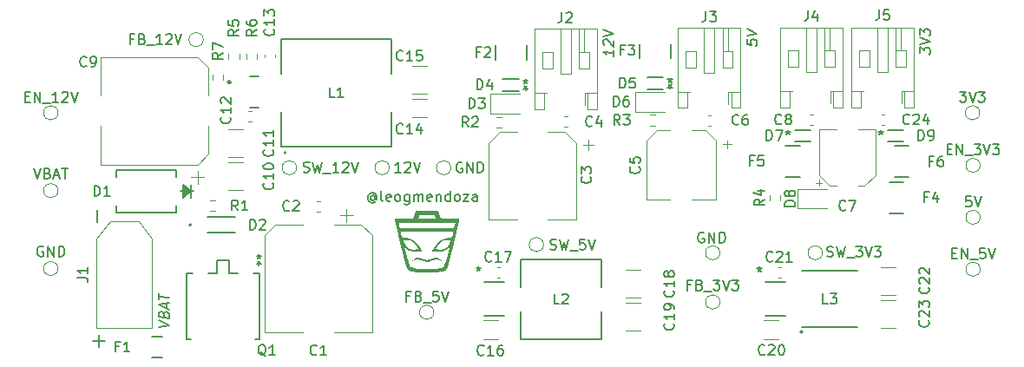
<source format=gbr>
%TF.GenerationSoftware,KiCad,Pcbnew,9.0.4*%
%TF.CreationDate,2025-11-01T22:13:15-04:00*%
%TF.ProjectId,power_distribution,706f7765-725f-4646-9973-747269627574,v1*%
%TF.SameCoordinates,Original*%
%TF.FileFunction,Legend,Top*%
%TF.FilePolarity,Positive*%
%FSLAX46Y46*%
G04 Gerber Fmt 4.6, Leading zero omitted, Abs format (unit mm)*
G04 Created by KiCad (PCBNEW 9.0.4) date 2025-11-01 22:13:15*
%MOMM*%
%LPD*%
G01*
G04 APERTURE LIST*
%ADD10C,0.150000*%
%ADD11C,0.200000*%
%ADD12C,0.120000*%
%ADD13C,0.000000*%
%ADD14C,0.152400*%
%ADD15C,0.250000*%
%ADD16C,0.127000*%
G04 APERTURE END LIST*
D10*
X46609523Y-30693628D02*
X46561904Y-30646009D01*
X46561904Y-30646009D02*
X46466666Y-30598390D01*
X46466666Y-30598390D02*
X46371428Y-30598390D01*
X46371428Y-30598390D02*
X46276190Y-30646009D01*
X46276190Y-30646009D02*
X46228571Y-30693628D01*
X46228571Y-30693628D02*
X46180952Y-30788866D01*
X46180952Y-30788866D02*
X46180952Y-30884104D01*
X46180952Y-30884104D02*
X46228571Y-30979342D01*
X46228571Y-30979342D02*
X46276190Y-31026961D01*
X46276190Y-31026961D02*
X46371428Y-31074580D01*
X46371428Y-31074580D02*
X46466666Y-31074580D01*
X46466666Y-31074580D02*
X46561904Y-31026961D01*
X46561904Y-31026961D02*
X46609523Y-30979342D01*
X46609523Y-30598390D02*
X46609523Y-30979342D01*
X46609523Y-30979342D02*
X46657142Y-31026961D01*
X46657142Y-31026961D02*
X46704761Y-31026961D01*
X46704761Y-31026961D02*
X46800000Y-30979342D01*
X46800000Y-30979342D02*
X46847619Y-30884104D01*
X46847619Y-30884104D02*
X46847619Y-30646009D01*
X46847619Y-30646009D02*
X46752381Y-30503152D01*
X46752381Y-30503152D02*
X46609523Y-30407914D01*
X46609523Y-30407914D02*
X46419047Y-30360295D01*
X46419047Y-30360295D02*
X46228571Y-30407914D01*
X46228571Y-30407914D02*
X46085714Y-30503152D01*
X46085714Y-30503152D02*
X45990476Y-30646009D01*
X45990476Y-30646009D02*
X45942857Y-30836485D01*
X45942857Y-30836485D02*
X45990476Y-31026961D01*
X45990476Y-31026961D02*
X46085714Y-31169819D01*
X46085714Y-31169819D02*
X46228571Y-31265057D01*
X46228571Y-31265057D02*
X46419047Y-31312676D01*
X46419047Y-31312676D02*
X46609523Y-31265057D01*
X46609523Y-31265057D02*
X46752381Y-31169819D01*
X47419047Y-31169819D02*
X47323809Y-31122200D01*
X47323809Y-31122200D02*
X47276190Y-31026961D01*
X47276190Y-31026961D02*
X47276190Y-30169819D01*
X48180952Y-31122200D02*
X48085714Y-31169819D01*
X48085714Y-31169819D02*
X47895238Y-31169819D01*
X47895238Y-31169819D02*
X47800000Y-31122200D01*
X47800000Y-31122200D02*
X47752381Y-31026961D01*
X47752381Y-31026961D02*
X47752381Y-30646009D01*
X47752381Y-30646009D02*
X47800000Y-30550771D01*
X47800000Y-30550771D02*
X47895238Y-30503152D01*
X47895238Y-30503152D02*
X48085714Y-30503152D01*
X48085714Y-30503152D02*
X48180952Y-30550771D01*
X48180952Y-30550771D02*
X48228571Y-30646009D01*
X48228571Y-30646009D02*
X48228571Y-30741247D01*
X48228571Y-30741247D02*
X47752381Y-30836485D01*
X48800000Y-31169819D02*
X48704762Y-31122200D01*
X48704762Y-31122200D02*
X48657143Y-31074580D01*
X48657143Y-31074580D02*
X48609524Y-30979342D01*
X48609524Y-30979342D02*
X48609524Y-30693628D01*
X48609524Y-30693628D02*
X48657143Y-30598390D01*
X48657143Y-30598390D02*
X48704762Y-30550771D01*
X48704762Y-30550771D02*
X48800000Y-30503152D01*
X48800000Y-30503152D02*
X48942857Y-30503152D01*
X48942857Y-30503152D02*
X49038095Y-30550771D01*
X49038095Y-30550771D02*
X49085714Y-30598390D01*
X49085714Y-30598390D02*
X49133333Y-30693628D01*
X49133333Y-30693628D02*
X49133333Y-30979342D01*
X49133333Y-30979342D02*
X49085714Y-31074580D01*
X49085714Y-31074580D02*
X49038095Y-31122200D01*
X49038095Y-31122200D02*
X48942857Y-31169819D01*
X48942857Y-31169819D02*
X48800000Y-31169819D01*
X49990476Y-30503152D02*
X49990476Y-31312676D01*
X49990476Y-31312676D02*
X49942857Y-31407914D01*
X49942857Y-31407914D02*
X49895238Y-31455533D01*
X49895238Y-31455533D02*
X49800000Y-31503152D01*
X49800000Y-31503152D02*
X49657143Y-31503152D01*
X49657143Y-31503152D02*
X49561905Y-31455533D01*
X49990476Y-31122200D02*
X49895238Y-31169819D01*
X49895238Y-31169819D02*
X49704762Y-31169819D01*
X49704762Y-31169819D02*
X49609524Y-31122200D01*
X49609524Y-31122200D02*
X49561905Y-31074580D01*
X49561905Y-31074580D02*
X49514286Y-30979342D01*
X49514286Y-30979342D02*
X49514286Y-30693628D01*
X49514286Y-30693628D02*
X49561905Y-30598390D01*
X49561905Y-30598390D02*
X49609524Y-30550771D01*
X49609524Y-30550771D02*
X49704762Y-30503152D01*
X49704762Y-30503152D02*
X49895238Y-30503152D01*
X49895238Y-30503152D02*
X49990476Y-30550771D01*
X50466667Y-31169819D02*
X50466667Y-30503152D01*
X50466667Y-30598390D02*
X50514286Y-30550771D01*
X50514286Y-30550771D02*
X50609524Y-30503152D01*
X50609524Y-30503152D02*
X50752381Y-30503152D01*
X50752381Y-30503152D02*
X50847619Y-30550771D01*
X50847619Y-30550771D02*
X50895238Y-30646009D01*
X50895238Y-30646009D02*
X50895238Y-31169819D01*
X50895238Y-30646009D02*
X50942857Y-30550771D01*
X50942857Y-30550771D02*
X51038095Y-30503152D01*
X51038095Y-30503152D02*
X51180952Y-30503152D01*
X51180952Y-30503152D02*
X51276191Y-30550771D01*
X51276191Y-30550771D02*
X51323810Y-30646009D01*
X51323810Y-30646009D02*
X51323810Y-31169819D01*
X52180952Y-31122200D02*
X52085714Y-31169819D01*
X52085714Y-31169819D02*
X51895238Y-31169819D01*
X51895238Y-31169819D02*
X51800000Y-31122200D01*
X51800000Y-31122200D02*
X51752381Y-31026961D01*
X51752381Y-31026961D02*
X51752381Y-30646009D01*
X51752381Y-30646009D02*
X51800000Y-30550771D01*
X51800000Y-30550771D02*
X51895238Y-30503152D01*
X51895238Y-30503152D02*
X52085714Y-30503152D01*
X52085714Y-30503152D02*
X52180952Y-30550771D01*
X52180952Y-30550771D02*
X52228571Y-30646009D01*
X52228571Y-30646009D02*
X52228571Y-30741247D01*
X52228571Y-30741247D02*
X51752381Y-30836485D01*
X52657143Y-30503152D02*
X52657143Y-31169819D01*
X52657143Y-30598390D02*
X52704762Y-30550771D01*
X52704762Y-30550771D02*
X52800000Y-30503152D01*
X52800000Y-30503152D02*
X52942857Y-30503152D01*
X52942857Y-30503152D02*
X53038095Y-30550771D01*
X53038095Y-30550771D02*
X53085714Y-30646009D01*
X53085714Y-30646009D02*
X53085714Y-31169819D01*
X53990476Y-31169819D02*
X53990476Y-30169819D01*
X53990476Y-31122200D02*
X53895238Y-31169819D01*
X53895238Y-31169819D02*
X53704762Y-31169819D01*
X53704762Y-31169819D02*
X53609524Y-31122200D01*
X53609524Y-31122200D02*
X53561905Y-31074580D01*
X53561905Y-31074580D02*
X53514286Y-30979342D01*
X53514286Y-30979342D02*
X53514286Y-30693628D01*
X53514286Y-30693628D02*
X53561905Y-30598390D01*
X53561905Y-30598390D02*
X53609524Y-30550771D01*
X53609524Y-30550771D02*
X53704762Y-30503152D01*
X53704762Y-30503152D02*
X53895238Y-30503152D01*
X53895238Y-30503152D02*
X53990476Y-30550771D01*
X54609524Y-31169819D02*
X54514286Y-31122200D01*
X54514286Y-31122200D02*
X54466667Y-31074580D01*
X54466667Y-31074580D02*
X54419048Y-30979342D01*
X54419048Y-30979342D02*
X54419048Y-30693628D01*
X54419048Y-30693628D02*
X54466667Y-30598390D01*
X54466667Y-30598390D02*
X54514286Y-30550771D01*
X54514286Y-30550771D02*
X54609524Y-30503152D01*
X54609524Y-30503152D02*
X54752381Y-30503152D01*
X54752381Y-30503152D02*
X54847619Y-30550771D01*
X54847619Y-30550771D02*
X54895238Y-30598390D01*
X54895238Y-30598390D02*
X54942857Y-30693628D01*
X54942857Y-30693628D02*
X54942857Y-30979342D01*
X54942857Y-30979342D02*
X54895238Y-31074580D01*
X54895238Y-31074580D02*
X54847619Y-31122200D01*
X54847619Y-31122200D02*
X54752381Y-31169819D01*
X54752381Y-31169819D02*
X54609524Y-31169819D01*
X55276191Y-30503152D02*
X55800000Y-30503152D01*
X55800000Y-30503152D02*
X55276191Y-31169819D01*
X55276191Y-31169819D02*
X55800000Y-31169819D01*
X56609524Y-31169819D02*
X56609524Y-30646009D01*
X56609524Y-30646009D02*
X56561905Y-30550771D01*
X56561905Y-30550771D02*
X56466667Y-30503152D01*
X56466667Y-30503152D02*
X56276191Y-30503152D01*
X56276191Y-30503152D02*
X56180953Y-30550771D01*
X56609524Y-31122200D02*
X56514286Y-31169819D01*
X56514286Y-31169819D02*
X56276191Y-31169819D01*
X56276191Y-31169819D02*
X56180953Y-31122200D01*
X56180953Y-31122200D02*
X56133334Y-31026961D01*
X56133334Y-31026961D02*
X56133334Y-30931723D01*
X56133334Y-30931723D02*
X56180953Y-30836485D01*
X56180953Y-30836485D02*
X56276191Y-30788866D01*
X56276191Y-30788866D02*
X56514286Y-30788866D01*
X56514286Y-30788866D02*
X56609524Y-30741247D01*
D11*
X25567219Y-43454136D02*
X26567219Y-43245802D01*
X26567219Y-43245802D02*
X25567219Y-42787469D01*
X26043409Y-42180326D02*
X26091028Y-42043421D01*
X26091028Y-42043421D02*
X26138647Y-42001755D01*
X26138647Y-42001755D02*
X26233885Y-41966040D01*
X26233885Y-41966040D02*
X26376742Y-41983898D01*
X26376742Y-41983898D02*
X26471980Y-42043421D01*
X26471980Y-42043421D02*
X26519600Y-42096993D01*
X26519600Y-42096993D02*
X26567219Y-42198183D01*
X26567219Y-42198183D02*
X26567219Y-42579136D01*
X26567219Y-42579136D02*
X25567219Y-42454136D01*
X25567219Y-42454136D02*
X25567219Y-42120802D01*
X25567219Y-42120802D02*
X25614838Y-42031517D01*
X25614838Y-42031517D02*
X25662457Y-41989850D01*
X25662457Y-41989850D02*
X25757695Y-41954136D01*
X25757695Y-41954136D02*
X25852933Y-41966040D01*
X25852933Y-41966040D02*
X25948171Y-42025564D01*
X25948171Y-42025564D02*
X25995790Y-42079136D01*
X25995790Y-42079136D02*
X26043409Y-42180326D01*
X26043409Y-42180326D02*
X26043409Y-42513659D01*
X26281504Y-41591040D02*
X26281504Y-41114850D01*
X26567219Y-41721993D02*
X25567219Y-41263659D01*
X25567219Y-41263659D02*
X26567219Y-41055326D01*
X25567219Y-40739850D02*
X25567219Y-40168421D01*
X26567219Y-40579136D02*
X25567219Y-40454136D01*
X82929719Y-15347588D02*
X82929719Y-15823779D01*
X82929719Y-15823779D02*
X83405909Y-15930922D01*
X83405909Y-15930922D02*
X83358290Y-15877350D01*
X83358290Y-15877350D02*
X83310671Y-15776160D01*
X83310671Y-15776160D02*
X83310671Y-15538064D01*
X83310671Y-15538064D02*
X83358290Y-15448779D01*
X83358290Y-15448779D02*
X83405909Y-15407112D01*
X83405909Y-15407112D02*
X83501147Y-15371398D01*
X83501147Y-15371398D02*
X83739242Y-15401160D01*
X83739242Y-15401160D02*
X83834480Y-15460683D01*
X83834480Y-15460683D02*
X83882100Y-15514255D01*
X83882100Y-15514255D02*
X83929719Y-15615445D01*
X83929719Y-15615445D02*
X83929719Y-15853541D01*
X83929719Y-15853541D02*
X83882100Y-15942826D01*
X83882100Y-15942826D02*
X83834480Y-15984493D01*
X82929719Y-15014255D02*
X83929719Y-14805921D01*
X83929719Y-14805921D02*
X82929719Y-14347588D01*
X99829719Y-16719017D02*
X99829719Y-16099969D01*
X99829719Y-16099969D02*
X100210671Y-16480922D01*
X100210671Y-16480922D02*
X100210671Y-16338064D01*
X100210671Y-16338064D02*
X100258290Y-16248779D01*
X100258290Y-16248779D02*
X100305909Y-16207112D01*
X100305909Y-16207112D02*
X100401147Y-16171398D01*
X100401147Y-16171398D02*
X100639242Y-16201160D01*
X100639242Y-16201160D02*
X100734480Y-16260683D01*
X100734480Y-16260683D02*
X100782100Y-16314255D01*
X100782100Y-16314255D02*
X100829719Y-16415445D01*
X100829719Y-16415445D02*
X100829719Y-16701160D01*
X100829719Y-16701160D02*
X100782100Y-16790445D01*
X100782100Y-16790445D02*
X100734480Y-16832112D01*
X99829719Y-15814255D02*
X100829719Y-15605921D01*
X100829719Y-15605921D02*
X99829719Y-15147588D01*
X99829719Y-14909493D02*
X99829719Y-14290445D01*
X99829719Y-14290445D02*
X100210671Y-14671398D01*
X100210671Y-14671398D02*
X100210671Y-14528540D01*
X100210671Y-14528540D02*
X100258290Y-14439255D01*
X100258290Y-14439255D02*
X100305909Y-14397588D01*
X100305909Y-14397588D02*
X100401147Y-14361874D01*
X100401147Y-14361874D02*
X100639242Y-14391636D01*
X100639242Y-14391636D02*
X100734480Y-14451159D01*
X100734480Y-14451159D02*
X100782100Y-14504731D01*
X100782100Y-14504731D02*
X100829719Y-14605921D01*
X100829719Y-14605921D02*
X100829719Y-14891636D01*
X100829719Y-14891636D02*
X100782100Y-14980921D01*
X100782100Y-14980921D02*
X100734480Y-15022588D01*
X69929719Y-16424969D02*
X69929719Y-16996398D01*
X69929719Y-16710683D02*
X68929719Y-16585683D01*
X68929719Y-16585683D02*
X69072576Y-16698779D01*
X69072576Y-16698779D02*
X69167814Y-16805922D01*
X69167814Y-16805922D02*
X69215433Y-16907112D01*
X69024957Y-15930921D02*
X68977338Y-15877350D01*
X68977338Y-15877350D02*
X68929719Y-15776160D01*
X68929719Y-15776160D02*
X68929719Y-15538064D01*
X68929719Y-15538064D02*
X68977338Y-15448779D01*
X68977338Y-15448779D02*
X69024957Y-15407112D01*
X69024957Y-15407112D02*
X69120195Y-15371398D01*
X69120195Y-15371398D02*
X69215433Y-15383302D01*
X69215433Y-15383302D02*
X69358290Y-15448779D01*
X69358290Y-15448779D02*
X69929719Y-16091636D01*
X69929719Y-16091636D02*
X69929719Y-15472588D01*
X68929719Y-15061874D02*
X69929719Y-14853540D01*
X69929719Y-14853540D02*
X68929719Y-14395207D01*
D10*
X86939800Y-24217319D02*
X86939800Y-24455414D01*
X86701705Y-24360176D02*
X86939800Y-24455414D01*
X86939800Y-24455414D02*
X87177895Y-24360176D01*
X86796943Y-24645890D02*
X86939800Y-24455414D01*
X86939800Y-24455414D02*
X87082657Y-24645890D01*
X50057142Y-40431009D02*
X49723809Y-40431009D01*
X49723809Y-40954819D02*
X49723809Y-39954819D01*
X49723809Y-39954819D02*
X50199999Y-39954819D01*
X50914285Y-40431009D02*
X51057142Y-40478628D01*
X51057142Y-40478628D02*
X51104761Y-40526247D01*
X51104761Y-40526247D02*
X51152380Y-40621485D01*
X51152380Y-40621485D02*
X51152380Y-40764342D01*
X51152380Y-40764342D02*
X51104761Y-40859580D01*
X51104761Y-40859580D02*
X51057142Y-40907200D01*
X51057142Y-40907200D02*
X50961904Y-40954819D01*
X50961904Y-40954819D02*
X50580952Y-40954819D01*
X50580952Y-40954819D02*
X50580952Y-39954819D01*
X50580952Y-39954819D02*
X50914285Y-39954819D01*
X50914285Y-39954819D02*
X51009523Y-40002438D01*
X51009523Y-40002438D02*
X51057142Y-40050057D01*
X51057142Y-40050057D02*
X51104761Y-40145295D01*
X51104761Y-40145295D02*
X51104761Y-40240533D01*
X51104761Y-40240533D02*
X51057142Y-40335771D01*
X51057142Y-40335771D02*
X51009523Y-40383390D01*
X51009523Y-40383390D02*
X50914285Y-40431009D01*
X50914285Y-40431009D02*
X50580952Y-40431009D01*
X51342857Y-41050057D02*
X52104761Y-41050057D01*
X52819047Y-39954819D02*
X52342857Y-39954819D01*
X52342857Y-39954819D02*
X52295238Y-40431009D01*
X52295238Y-40431009D02*
X52342857Y-40383390D01*
X52342857Y-40383390D02*
X52438095Y-40335771D01*
X52438095Y-40335771D02*
X52676190Y-40335771D01*
X52676190Y-40335771D02*
X52771428Y-40383390D01*
X52771428Y-40383390D02*
X52819047Y-40431009D01*
X52819047Y-40431009D02*
X52866666Y-40526247D01*
X52866666Y-40526247D02*
X52866666Y-40764342D01*
X52866666Y-40764342D02*
X52819047Y-40859580D01*
X52819047Y-40859580D02*
X52771428Y-40907200D01*
X52771428Y-40907200D02*
X52676190Y-40954819D01*
X52676190Y-40954819D02*
X52438095Y-40954819D01*
X52438095Y-40954819D02*
X52342857Y-40907200D01*
X52342857Y-40907200D02*
X52295238Y-40859580D01*
X53152381Y-39954819D02*
X53485714Y-40954819D01*
X53485714Y-40954819D02*
X53819047Y-39954819D01*
X14259415Y-35602438D02*
X14164177Y-35554819D01*
X14164177Y-35554819D02*
X14021320Y-35554819D01*
X14021320Y-35554819D02*
X13878463Y-35602438D01*
X13878463Y-35602438D02*
X13783225Y-35697676D01*
X13783225Y-35697676D02*
X13735606Y-35792914D01*
X13735606Y-35792914D02*
X13687987Y-35983390D01*
X13687987Y-35983390D02*
X13687987Y-36126247D01*
X13687987Y-36126247D02*
X13735606Y-36316723D01*
X13735606Y-36316723D02*
X13783225Y-36411961D01*
X13783225Y-36411961D02*
X13878463Y-36507200D01*
X13878463Y-36507200D02*
X14021320Y-36554819D01*
X14021320Y-36554819D02*
X14116558Y-36554819D01*
X14116558Y-36554819D02*
X14259415Y-36507200D01*
X14259415Y-36507200D02*
X14307034Y-36459580D01*
X14307034Y-36459580D02*
X14307034Y-36126247D01*
X14307034Y-36126247D02*
X14116558Y-36126247D01*
X14735606Y-36554819D02*
X14735606Y-35554819D01*
X14735606Y-35554819D02*
X15307034Y-36554819D01*
X15307034Y-36554819D02*
X15307034Y-35554819D01*
X15783225Y-36554819D02*
X15783225Y-35554819D01*
X15783225Y-35554819D02*
X16021320Y-35554819D01*
X16021320Y-35554819D02*
X16164177Y-35602438D01*
X16164177Y-35602438D02*
X16259415Y-35697676D01*
X16259415Y-35697676D02*
X16307034Y-35792914D01*
X16307034Y-35792914D02*
X16354653Y-35983390D01*
X16354653Y-35983390D02*
X16354653Y-36126247D01*
X16354653Y-36126247D02*
X16307034Y-36316723D01*
X16307034Y-36316723D02*
X16259415Y-36411961D01*
X16259415Y-36411961D02*
X16164177Y-36507200D01*
X16164177Y-36507200D02*
X16021320Y-36554819D01*
X16021320Y-36554819D02*
X15783225Y-36554819D01*
X18495833Y-17959580D02*
X18448214Y-18007200D01*
X18448214Y-18007200D02*
X18305357Y-18054819D01*
X18305357Y-18054819D02*
X18210119Y-18054819D01*
X18210119Y-18054819D02*
X18067262Y-18007200D01*
X18067262Y-18007200D02*
X17972024Y-17911961D01*
X17972024Y-17911961D02*
X17924405Y-17816723D01*
X17924405Y-17816723D02*
X17876786Y-17626247D01*
X17876786Y-17626247D02*
X17876786Y-17483390D01*
X17876786Y-17483390D02*
X17924405Y-17292914D01*
X17924405Y-17292914D02*
X17972024Y-17197676D01*
X17972024Y-17197676D02*
X18067262Y-17102438D01*
X18067262Y-17102438D02*
X18210119Y-17054819D01*
X18210119Y-17054819D02*
X18305357Y-17054819D01*
X18305357Y-17054819D02*
X18448214Y-17102438D01*
X18448214Y-17102438D02*
X18495833Y-17150057D01*
X18972024Y-18054819D02*
X19162500Y-18054819D01*
X19162500Y-18054819D02*
X19257738Y-18007200D01*
X19257738Y-18007200D02*
X19305357Y-17959580D01*
X19305357Y-17959580D02*
X19400595Y-17816723D01*
X19400595Y-17816723D02*
X19448214Y-17626247D01*
X19448214Y-17626247D02*
X19448214Y-17245295D01*
X19448214Y-17245295D02*
X19400595Y-17150057D01*
X19400595Y-17150057D02*
X19352976Y-17102438D01*
X19352976Y-17102438D02*
X19257738Y-17054819D01*
X19257738Y-17054819D02*
X19067262Y-17054819D01*
X19067262Y-17054819D02*
X18972024Y-17102438D01*
X18972024Y-17102438D02*
X18924405Y-17150057D01*
X18924405Y-17150057D02*
X18876786Y-17245295D01*
X18876786Y-17245295D02*
X18876786Y-17483390D01*
X18876786Y-17483390D02*
X18924405Y-17578628D01*
X18924405Y-17578628D02*
X18972024Y-17626247D01*
X18972024Y-17626247D02*
X19067262Y-17673866D01*
X19067262Y-17673866D02*
X19257738Y-17673866D01*
X19257738Y-17673866D02*
X19352976Y-17626247D01*
X19352976Y-17626247D02*
X19400595Y-17578628D01*
X19400595Y-17578628D02*
X19448214Y-17483390D01*
X64879166Y-12717319D02*
X64879166Y-13431604D01*
X64879166Y-13431604D02*
X64831547Y-13574461D01*
X64831547Y-13574461D02*
X64736309Y-13669700D01*
X64736309Y-13669700D02*
X64593452Y-13717319D01*
X64593452Y-13717319D02*
X64498214Y-13717319D01*
X65307738Y-12812557D02*
X65355357Y-12764938D01*
X65355357Y-12764938D02*
X65450595Y-12717319D01*
X65450595Y-12717319D02*
X65688690Y-12717319D01*
X65688690Y-12717319D02*
X65783928Y-12764938D01*
X65783928Y-12764938D02*
X65831547Y-12812557D01*
X65831547Y-12812557D02*
X65879166Y-12907795D01*
X65879166Y-12907795D02*
X65879166Y-13003033D01*
X65879166Y-13003033D02*
X65831547Y-13145890D01*
X65831547Y-13145890D02*
X65260119Y-13717319D01*
X65260119Y-13717319D02*
X65879166Y-13717319D01*
X99661905Y-25217319D02*
X99661905Y-24217319D01*
X99661905Y-24217319D02*
X99900000Y-24217319D01*
X99900000Y-24217319D02*
X100042857Y-24264938D01*
X100042857Y-24264938D02*
X100138095Y-24360176D01*
X100138095Y-24360176D02*
X100185714Y-24455414D01*
X100185714Y-24455414D02*
X100233333Y-24645890D01*
X100233333Y-24645890D02*
X100233333Y-24788747D01*
X100233333Y-24788747D02*
X100185714Y-24979223D01*
X100185714Y-24979223D02*
X100138095Y-25074461D01*
X100138095Y-25074461D02*
X100042857Y-25169700D01*
X100042857Y-25169700D02*
X99900000Y-25217319D01*
X99900000Y-25217319D02*
X99661905Y-25217319D01*
X100709524Y-25217319D02*
X100900000Y-25217319D01*
X100900000Y-25217319D02*
X100995238Y-25169700D01*
X100995238Y-25169700D02*
X101042857Y-25122080D01*
X101042857Y-25122080D02*
X101138095Y-24979223D01*
X101138095Y-24979223D02*
X101185714Y-24788747D01*
X101185714Y-24788747D02*
X101185714Y-24407795D01*
X101185714Y-24407795D02*
X101138095Y-24312557D01*
X101138095Y-24312557D02*
X101090476Y-24264938D01*
X101090476Y-24264938D02*
X100995238Y-24217319D01*
X100995238Y-24217319D02*
X100804762Y-24217319D01*
X100804762Y-24217319D02*
X100709524Y-24264938D01*
X100709524Y-24264938D02*
X100661905Y-24312557D01*
X100661905Y-24312557D02*
X100614286Y-24407795D01*
X100614286Y-24407795D02*
X100614286Y-24645890D01*
X100614286Y-24645890D02*
X100661905Y-24741128D01*
X100661905Y-24741128D02*
X100709524Y-24788747D01*
X100709524Y-24788747D02*
X100804762Y-24836366D01*
X100804762Y-24836366D02*
X100995238Y-24836366D01*
X100995238Y-24836366D02*
X101090476Y-24788747D01*
X101090476Y-24788747D02*
X101138095Y-24741128D01*
X101138095Y-24741128D02*
X101185714Y-24645890D01*
X95989900Y-24217319D02*
X95989900Y-24455414D01*
X95751805Y-24360176D02*
X95989900Y-24455414D01*
X95989900Y-24455414D02*
X96227995Y-24360176D01*
X95847043Y-24645890D02*
X95989900Y-24455414D01*
X95989900Y-24455414D02*
X96132757Y-24645890D01*
X75759580Y-39892857D02*
X75807200Y-39940476D01*
X75807200Y-39940476D02*
X75854819Y-40083333D01*
X75854819Y-40083333D02*
X75854819Y-40178571D01*
X75854819Y-40178571D02*
X75807200Y-40321428D01*
X75807200Y-40321428D02*
X75711961Y-40416666D01*
X75711961Y-40416666D02*
X75616723Y-40464285D01*
X75616723Y-40464285D02*
X75426247Y-40511904D01*
X75426247Y-40511904D02*
X75283390Y-40511904D01*
X75283390Y-40511904D02*
X75092914Y-40464285D01*
X75092914Y-40464285D02*
X74997676Y-40416666D01*
X74997676Y-40416666D02*
X74902438Y-40321428D01*
X74902438Y-40321428D02*
X74854819Y-40178571D01*
X74854819Y-40178571D02*
X74854819Y-40083333D01*
X74854819Y-40083333D02*
X74902438Y-39940476D01*
X74902438Y-39940476D02*
X74950057Y-39892857D01*
X75854819Y-38940476D02*
X75854819Y-39511904D01*
X75854819Y-39226190D02*
X74854819Y-39226190D01*
X74854819Y-39226190D02*
X74997676Y-39321428D01*
X74997676Y-39321428D02*
X75092914Y-39416666D01*
X75092914Y-39416666D02*
X75140533Y-39511904D01*
X75283390Y-38369047D02*
X75235771Y-38464285D01*
X75235771Y-38464285D02*
X75188152Y-38511904D01*
X75188152Y-38511904D02*
X75092914Y-38559523D01*
X75092914Y-38559523D02*
X75045295Y-38559523D01*
X75045295Y-38559523D02*
X74950057Y-38511904D01*
X74950057Y-38511904D02*
X74902438Y-38464285D01*
X74902438Y-38464285D02*
X74854819Y-38369047D01*
X74854819Y-38369047D02*
X74854819Y-38178571D01*
X74854819Y-38178571D02*
X74902438Y-38083333D01*
X74902438Y-38083333D02*
X74950057Y-38035714D01*
X74950057Y-38035714D02*
X75045295Y-37988095D01*
X75045295Y-37988095D02*
X75092914Y-37988095D01*
X75092914Y-37988095D02*
X75188152Y-38035714D01*
X75188152Y-38035714D02*
X75235771Y-38083333D01*
X75235771Y-38083333D02*
X75283390Y-38178571D01*
X75283390Y-38178571D02*
X75283390Y-38369047D01*
X75283390Y-38369047D02*
X75331009Y-38464285D01*
X75331009Y-38464285D02*
X75378628Y-38511904D01*
X75378628Y-38511904D02*
X75473866Y-38559523D01*
X75473866Y-38559523D02*
X75664342Y-38559523D01*
X75664342Y-38559523D02*
X75759580Y-38511904D01*
X75759580Y-38511904D02*
X75807200Y-38464285D01*
X75807200Y-38464285D02*
X75854819Y-38369047D01*
X75854819Y-38369047D02*
X75854819Y-38178571D01*
X75854819Y-38178571D02*
X75807200Y-38083333D01*
X75807200Y-38083333D02*
X75759580Y-38035714D01*
X75759580Y-38035714D02*
X75664342Y-37988095D01*
X75664342Y-37988095D02*
X75473866Y-37988095D01*
X75473866Y-37988095D02*
X75378628Y-38035714D01*
X75378628Y-38035714D02*
X75331009Y-38083333D01*
X75331009Y-38083333D02*
X75283390Y-38178571D01*
X85444642Y-36972080D02*
X85397023Y-37019700D01*
X85397023Y-37019700D02*
X85254166Y-37067319D01*
X85254166Y-37067319D02*
X85158928Y-37067319D01*
X85158928Y-37067319D02*
X85016071Y-37019700D01*
X85016071Y-37019700D02*
X84920833Y-36924461D01*
X84920833Y-36924461D02*
X84873214Y-36829223D01*
X84873214Y-36829223D02*
X84825595Y-36638747D01*
X84825595Y-36638747D02*
X84825595Y-36495890D01*
X84825595Y-36495890D02*
X84873214Y-36305414D01*
X84873214Y-36305414D02*
X84920833Y-36210176D01*
X84920833Y-36210176D02*
X85016071Y-36114938D01*
X85016071Y-36114938D02*
X85158928Y-36067319D01*
X85158928Y-36067319D02*
X85254166Y-36067319D01*
X85254166Y-36067319D02*
X85397023Y-36114938D01*
X85397023Y-36114938D02*
X85444642Y-36162557D01*
X85825595Y-36162557D02*
X85873214Y-36114938D01*
X85873214Y-36114938D02*
X85968452Y-36067319D01*
X85968452Y-36067319D02*
X86206547Y-36067319D01*
X86206547Y-36067319D02*
X86301785Y-36114938D01*
X86301785Y-36114938D02*
X86349404Y-36162557D01*
X86349404Y-36162557D02*
X86397023Y-36257795D01*
X86397023Y-36257795D02*
X86397023Y-36353033D01*
X86397023Y-36353033D02*
X86349404Y-36495890D01*
X86349404Y-36495890D02*
X85777976Y-37067319D01*
X85777976Y-37067319D02*
X86397023Y-37067319D01*
X87349404Y-37067319D02*
X86777976Y-37067319D01*
X87063690Y-37067319D02*
X87063690Y-36067319D01*
X87063690Y-36067319D02*
X86968452Y-36210176D01*
X86968452Y-36210176D02*
X86873214Y-36305414D01*
X86873214Y-36305414D02*
X86777976Y-36353033D01*
X70545833Y-23714519D02*
X70212500Y-23238328D01*
X69974405Y-23714519D02*
X69974405Y-22714519D01*
X69974405Y-22714519D02*
X70355357Y-22714519D01*
X70355357Y-22714519D02*
X70450595Y-22762138D01*
X70450595Y-22762138D02*
X70498214Y-22809757D01*
X70498214Y-22809757D02*
X70545833Y-22904995D01*
X70545833Y-22904995D02*
X70545833Y-23047852D01*
X70545833Y-23047852D02*
X70498214Y-23143090D01*
X70498214Y-23143090D02*
X70450595Y-23190709D01*
X70450595Y-23190709D02*
X70355357Y-23238328D01*
X70355357Y-23238328D02*
X69974405Y-23238328D01*
X70879167Y-22714519D02*
X71498214Y-22714519D01*
X71498214Y-22714519D02*
X71164881Y-23095471D01*
X71164881Y-23095471D02*
X71307738Y-23095471D01*
X71307738Y-23095471D02*
X71402976Y-23143090D01*
X71402976Y-23143090D02*
X71450595Y-23190709D01*
X71450595Y-23190709D02*
X71498214Y-23285947D01*
X71498214Y-23285947D02*
X71498214Y-23524042D01*
X71498214Y-23524042D02*
X71450595Y-23619280D01*
X71450595Y-23619280D02*
X71402976Y-23666900D01*
X71402976Y-23666900D02*
X71307738Y-23714519D01*
X71307738Y-23714519D02*
X71022024Y-23714519D01*
X71022024Y-23714519D02*
X70926786Y-23666900D01*
X70926786Y-23666900D02*
X70879167Y-23619280D01*
X88891666Y-12567319D02*
X88891666Y-13281604D01*
X88891666Y-13281604D02*
X88844047Y-13424461D01*
X88844047Y-13424461D02*
X88748809Y-13519700D01*
X88748809Y-13519700D02*
X88605952Y-13567319D01*
X88605952Y-13567319D02*
X88510714Y-13567319D01*
X89796428Y-12900652D02*
X89796428Y-13567319D01*
X89558333Y-12519700D02*
X89320238Y-13233985D01*
X89320238Y-13233985D02*
X89939285Y-13233985D01*
X32497080Y-22942857D02*
X32544700Y-22990476D01*
X32544700Y-22990476D02*
X32592319Y-23133333D01*
X32592319Y-23133333D02*
X32592319Y-23228571D01*
X32592319Y-23228571D02*
X32544700Y-23371428D01*
X32544700Y-23371428D02*
X32449461Y-23466666D01*
X32449461Y-23466666D02*
X32354223Y-23514285D01*
X32354223Y-23514285D02*
X32163747Y-23561904D01*
X32163747Y-23561904D02*
X32020890Y-23561904D01*
X32020890Y-23561904D02*
X31830414Y-23514285D01*
X31830414Y-23514285D02*
X31735176Y-23466666D01*
X31735176Y-23466666D02*
X31639938Y-23371428D01*
X31639938Y-23371428D02*
X31592319Y-23228571D01*
X31592319Y-23228571D02*
X31592319Y-23133333D01*
X31592319Y-23133333D02*
X31639938Y-22990476D01*
X31639938Y-22990476D02*
X31687557Y-22942857D01*
X32592319Y-21990476D02*
X32592319Y-22561904D01*
X32592319Y-22276190D02*
X31592319Y-22276190D01*
X31592319Y-22276190D02*
X31735176Y-22371428D01*
X31735176Y-22371428D02*
X31830414Y-22466666D01*
X31830414Y-22466666D02*
X31878033Y-22561904D01*
X31687557Y-21609523D02*
X31639938Y-21561904D01*
X31639938Y-21561904D02*
X31592319Y-21466666D01*
X31592319Y-21466666D02*
X31592319Y-21228571D01*
X31592319Y-21228571D02*
X31639938Y-21133333D01*
X31639938Y-21133333D02*
X31687557Y-21085714D01*
X31687557Y-21085714D02*
X31782795Y-21038095D01*
X31782795Y-21038095D02*
X31878033Y-21038095D01*
X31878033Y-21038095D02*
X32020890Y-21085714D01*
X32020890Y-21085714D02*
X32592319Y-21657142D01*
X32592319Y-21657142D02*
X32592319Y-21038095D01*
X84836705Y-25217319D02*
X84836705Y-24217319D01*
X84836705Y-24217319D02*
X85074800Y-24217319D01*
X85074800Y-24217319D02*
X85217657Y-24264938D01*
X85217657Y-24264938D02*
X85312895Y-24360176D01*
X85312895Y-24360176D02*
X85360514Y-24455414D01*
X85360514Y-24455414D02*
X85408133Y-24645890D01*
X85408133Y-24645890D02*
X85408133Y-24788747D01*
X85408133Y-24788747D02*
X85360514Y-24979223D01*
X85360514Y-24979223D02*
X85312895Y-25074461D01*
X85312895Y-25074461D02*
X85217657Y-25169700D01*
X85217657Y-25169700D02*
X85074800Y-25217319D01*
X85074800Y-25217319D02*
X84836705Y-25217319D01*
X85741467Y-24217319D02*
X86408133Y-24217319D01*
X86408133Y-24217319D02*
X85979562Y-25217319D01*
X67659580Y-28766666D02*
X67707200Y-28814285D01*
X67707200Y-28814285D02*
X67754819Y-28957142D01*
X67754819Y-28957142D02*
X67754819Y-29052380D01*
X67754819Y-29052380D02*
X67707200Y-29195237D01*
X67707200Y-29195237D02*
X67611961Y-29290475D01*
X67611961Y-29290475D02*
X67516723Y-29338094D01*
X67516723Y-29338094D02*
X67326247Y-29385713D01*
X67326247Y-29385713D02*
X67183390Y-29385713D01*
X67183390Y-29385713D02*
X66992914Y-29338094D01*
X66992914Y-29338094D02*
X66897676Y-29290475D01*
X66897676Y-29290475D02*
X66802438Y-29195237D01*
X66802438Y-29195237D02*
X66754819Y-29052380D01*
X66754819Y-29052380D02*
X66754819Y-28957142D01*
X66754819Y-28957142D02*
X66802438Y-28814285D01*
X66802438Y-28814285D02*
X66850057Y-28766666D01*
X66754819Y-28433332D02*
X66754819Y-27814285D01*
X66754819Y-27814285D02*
X67135771Y-28147618D01*
X67135771Y-28147618D02*
X67135771Y-28004761D01*
X67135771Y-28004761D02*
X67183390Y-27909523D01*
X67183390Y-27909523D02*
X67231009Y-27861904D01*
X67231009Y-27861904D02*
X67326247Y-27814285D01*
X67326247Y-27814285D02*
X67564342Y-27814285D01*
X67564342Y-27814285D02*
X67659580Y-27861904D01*
X67659580Y-27861904D02*
X67707200Y-27909523D01*
X67707200Y-27909523D02*
X67754819Y-28004761D01*
X67754819Y-28004761D02*
X67754819Y-28290475D01*
X67754819Y-28290475D02*
X67707200Y-28385713D01*
X67707200Y-28385713D02*
X67659580Y-28433332D01*
X57269642Y-46109581D02*
X57222023Y-46157201D01*
X57222023Y-46157201D02*
X57079166Y-46204820D01*
X57079166Y-46204820D02*
X56983928Y-46204820D01*
X56983928Y-46204820D02*
X56841071Y-46157201D01*
X56841071Y-46157201D02*
X56745833Y-46061962D01*
X56745833Y-46061962D02*
X56698214Y-45966724D01*
X56698214Y-45966724D02*
X56650595Y-45776248D01*
X56650595Y-45776248D02*
X56650595Y-45633391D01*
X56650595Y-45633391D02*
X56698214Y-45442915D01*
X56698214Y-45442915D02*
X56745833Y-45347677D01*
X56745833Y-45347677D02*
X56841071Y-45252439D01*
X56841071Y-45252439D02*
X56983928Y-45204820D01*
X56983928Y-45204820D02*
X57079166Y-45204820D01*
X57079166Y-45204820D02*
X57222023Y-45252439D01*
X57222023Y-45252439D02*
X57269642Y-45300058D01*
X58222023Y-46204820D02*
X57650595Y-46204820D01*
X57936309Y-46204820D02*
X57936309Y-45204820D01*
X57936309Y-45204820D02*
X57841071Y-45347677D01*
X57841071Y-45347677D02*
X57745833Y-45442915D01*
X57745833Y-45442915D02*
X57650595Y-45490534D01*
X59079166Y-45204820D02*
X58888690Y-45204820D01*
X58888690Y-45204820D02*
X58793452Y-45252439D01*
X58793452Y-45252439D02*
X58745833Y-45300058D01*
X58745833Y-45300058D02*
X58650595Y-45442915D01*
X58650595Y-45442915D02*
X58602976Y-45633391D01*
X58602976Y-45633391D02*
X58602976Y-46014343D01*
X58602976Y-46014343D02*
X58650595Y-46109581D01*
X58650595Y-46109581D02*
X58698214Y-46157201D01*
X58698214Y-46157201D02*
X58793452Y-46204820D01*
X58793452Y-46204820D02*
X58983928Y-46204820D01*
X58983928Y-46204820D02*
X59079166Y-46157201D01*
X59079166Y-46157201D02*
X59126785Y-46109581D01*
X59126785Y-46109581D02*
X59174404Y-46014343D01*
X59174404Y-46014343D02*
X59174404Y-45776248D01*
X59174404Y-45776248D02*
X59126785Y-45681010D01*
X59126785Y-45681010D02*
X59079166Y-45633391D01*
X59079166Y-45633391D02*
X58983928Y-45585772D01*
X58983928Y-45585772D02*
X58793452Y-45585772D01*
X58793452Y-45585772D02*
X58698214Y-45633391D01*
X58698214Y-45633391D02*
X58650595Y-45681010D01*
X58650595Y-45681010D02*
X58602976Y-45776248D01*
X102500000Y-26097676D02*
X102833333Y-26097676D01*
X102976190Y-26621486D02*
X102500000Y-26621486D01*
X102500000Y-26621486D02*
X102500000Y-25621486D01*
X102500000Y-25621486D02*
X102976190Y-25621486D01*
X103404762Y-26621486D02*
X103404762Y-25621486D01*
X103404762Y-25621486D02*
X103976190Y-26621486D01*
X103976190Y-26621486D02*
X103976190Y-25621486D01*
X104214286Y-26716724D02*
X104976190Y-26716724D01*
X105119048Y-25621486D02*
X105738095Y-25621486D01*
X105738095Y-25621486D02*
X105404762Y-26002438D01*
X105404762Y-26002438D02*
X105547619Y-26002438D01*
X105547619Y-26002438D02*
X105642857Y-26050057D01*
X105642857Y-26050057D02*
X105690476Y-26097676D01*
X105690476Y-26097676D02*
X105738095Y-26192914D01*
X105738095Y-26192914D02*
X105738095Y-26431009D01*
X105738095Y-26431009D02*
X105690476Y-26526247D01*
X105690476Y-26526247D02*
X105642857Y-26573867D01*
X105642857Y-26573867D02*
X105547619Y-26621486D01*
X105547619Y-26621486D02*
X105261905Y-26621486D01*
X105261905Y-26621486D02*
X105166667Y-26573867D01*
X105166667Y-26573867D02*
X105119048Y-26526247D01*
X106023810Y-25621486D02*
X106357143Y-26621486D01*
X106357143Y-26621486D02*
X106690476Y-25621486D01*
X106928572Y-25621486D02*
X107547619Y-25621486D01*
X107547619Y-25621486D02*
X107214286Y-26002438D01*
X107214286Y-26002438D02*
X107357143Y-26002438D01*
X107357143Y-26002438D02*
X107452381Y-26050057D01*
X107452381Y-26050057D02*
X107500000Y-26097676D01*
X107500000Y-26097676D02*
X107547619Y-26192914D01*
X107547619Y-26192914D02*
X107547619Y-26431009D01*
X107547619Y-26431009D02*
X107500000Y-26526247D01*
X107500000Y-26526247D02*
X107452381Y-26573867D01*
X107452381Y-26573867D02*
X107357143Y-26621486D01*
X107357143Y-26621486D02*
X107071429Y-26621486D01*
X107071429Y-26621486D02*
X106976191Y-26573867D01*
X106976191Y-26573867D02*
X106928572Y-26526247D01*
X36659580Y-26142857D02*
X36707200Y-26190476D01*
X36707200Y-26190476D02*
X36754819Y-26333333D01*
X36754819Y-26333333D02*
X36754819Y-26428571D01*
X36754819Y-26428571D02*
X36707200Y-26571428D01*
X36707200Y-26571428D02*
X36611961Y-26666666D01*
X36611961Y-26666666D02*
X36516723Y-26714285D01*
X36516723Y-26714285D02*
X36326247Y-26761904D01*
X36326247Y-26761904D02*
X36183390Y-26761904D01*
X36183390Y-26761904D02*
X35992914Y-26714285D01*
X35992914Y-26714285D02*
X35897676Y-26666666D01*
X35897676Y-26666666D02*
X35802438Y-26571428D01*
X35802438Y-26571428D02*
X35754819Y-26428571D01*
X35754819Y-26428571D02*
X35754819Y-26333333D01*
X35754819Y-26333333D02*
X35802438Y-26190476D01*
X35802438Y-26190476D02*
X35850057Y-26142857D01*
X36754819Y-25190476D02*
X36754819Y-25761904D01*
X36754819Y-25476190D02*
X35754819Y-25476190D01*
X35754819Y-25476190D02*
X35897676Y-25571428D01*
X35897676Y-25571428D02*
X35992914Y-25666666D01*
X35992914Y-25666666D02*
X36040533Y-25761904D01*
X36754819Y-24238095D02*
X36754819Y-24809523D01*
X36754819Y-24523809D02*
X35754819Y-24523809D01*
X35754819Y-24523809D02*
X35897676Y-24619047D01*
X35897676Y-24619047D02*
X35992914Y-24714285D01*
X35992914Y-24714285D02*
X36040533Y-24809523D01*
X63757143Y-35844700D02*
X63900000Y-35892319D01*
X63900000Y-35892319D02*
X64138095Y-35892319D01*
X64138095Y-35892319D02*
X64233333Y-35844700D01*
X64233333Y-35844700D02*
X64280952Y-35797080D01*
X64280952Y-35797080D02*
X64328571Y-35701842D01*
X64328571Y-35701842D02*
X64328571Y-35606604D01*
X64328571Y-35606604D02*
X64280952Y-35511366D01*
X64280952Y-35511366D02*
X64233333Y-35463747D01*
X64233333Y-35463747D02*
X64138095Y-35416128D01*
X64138095Y-35416128D02*
X63947619Y-35368509D01*
X63947619Y-35368509D02*
X63852381Y-35320890D01*
X63852381Y-35320890D02*
X63804762Y-35273271D01*
X63804762Y-35273271D02*
X63757143Y-35178033D01*
X63757143Y-35178033D02*
X63757143Y-35082795D01*
X63757143Y-35082795D02*
X63804762Y-34987557D01*
X63804762Y-34987557D02*
X63852381Y-34939938D01*
X63852381Y-34939938D02*
X63947619Y-34892319D01*
X63947619Y-34892319D02*
X64185714Y-34892319D01*
X64185714Y-34892319D02*
X64328571Y-34939938D01*
X64661905Y-34892319D02*
X64900000Y-35892319D01*
X64900000Y-35892319D02*
X65090476Y-35178033D01*
X65090476Y-35178033D02*
X65280952Y-35892319D01*
X65280952Y-35892319D02*
X65519048Y-34892319D01*
X65661905Y-35987557D02*
X66423809Y-35987557D01*
X67138095Y-34892319D02*
X66661905Y-34892319D01*
X66661905Y-34892319D02*
X66614286Y-35368509D01*
X66614286Y-35368509D02*
X66661905Y-35320890D01*
X66661905Y-35320890D02*
X66757143Y-35273271D01*
X66757143Y-35273271D02*
X66995238Y-35273271D01*
X66995238Y-35273271D02*
X67090476Y-35320890D01*
X67090476Y-35320890D02*
X67138095Y-35368509D01*
X67138095Y-35368509D02*
X67185714Y-35463747D01*
X67185714Y-35463747D02*
X67185714Y-35701842D01*
X67185714Y-35701842D02*
X67138095Y-35797080D01*
X67138095Y-35797080D02*
X67090476Y-35844700D01*
X67090476Y-35844700D02*
X66995238Y-35892319D01*
X66995238Y-35892319D02*
X66757143Y-35892319D01*
X66757143Y-35892319D02*
X66661905Y-35844700D01*
X66661905Y-35844700D02*
X66614286Y-35797080D01*
X67471429Y-34892319D02*
X67804762Y-35892319D01*
X67804762Y-35892319D02*
X68138095Y-34892319D01*
X49180952Y-28354819D02*
X48609524Y-28354819D01*
X48895238Y-28354819D02*
X48895238Y-27354819D01*
X48895238Y-27354819D02*
X48800000Y-27497676D01*
X48800000Y-27497676D02*
X48704762Y-27592914D01*
X48704762Y-27592914D02*
X48609524Y-27640533D01*
X49561905Y-27450057D02*
X49609524Y-27402438D01*
X49609524Y-27402438D02*
X49704762Y-27354819D01*
X49704762Y-27354819D02*
X49942857Y-27354819D01*
X49942857Y-27354819D02*
X50038095Y-27402438D01*
X50038095Y-27402438D02*
X50085714Y-27450057D01*
X50085714Y-27450057D02*
X50133333Y-27545295D01*
X50133333Y-27545295D02*
X50133333Y-27640533D01*
X50133333Y-27640533D02*
X50085714Y-27783390D01*
X50085714Y-27783390D02*
X49514286Y-28354819D01*
X49514286Y-28354819D02*
X50133333Y-28354819D01*
X50419048Y-27354819D02*
X50752381Y-28354819D01*
X50752381Y-28354819D02*
X51085714Y-27354819D01*
X69924405Y-21914519D02*
X69924405Y-20914519D01*
X69924405Y-20914519D02*
X70162500Y-20914519D01*
X70162500Y-20914519D02*
X70305357Y-20962138D01*
X70305357Y-20962138D02*
X70400595Y-21057376D01*
X70400595Y-21057376D02*
X70448214Y-21152614D01*
X70448214Y-21152614D02*
X70495833Y-21343090D01*
X70495833Y-21343090D02*
X70495833Y-21485947D01*
X70495833Y-21485947D02*
X70448214Y-21676423D01*
X70448214Y-21676423D02*
X70400595Y-21771661D01*
X70400595Y-21771661D02*
X70305357Y-21866900D01*
X70305357Y-21866900D02*
X70162500Y-21914519D01*
X70162500Y-21914519D02*
X69924405Y-21914519D01*
X71352976Y-20914519D02*
X71162500Y-20914519D01*
X71162500Y-20914519D02*
X71067262Y-20962138D01*
X71067262Y-20962138D02*
X71019643Y-21009757D01*
X71019643Y-21009757D02*
X70924405Y-21152614D01*
X70924405Y-21152614D02*
X70876786Y-21343090D01*
X70876786Y-21343090D02*
X70876786Y-21724042D01*
X70876786Y-21724042D02*
X70924405Y-21819280D01*
X70924405Y-21819280D02*
X70972024Y-21866900D01*
X70972024Y-21866900D02*
X71067262Y-21914519D01*
X71067262Y-21914519D02*
X71257738Y-21914519D01*
X71257738Y-21914519D02*
X71352976Y-21866900D01*
X71352976Y-21866900D02*
X71400595Y-21819280D01*
X71400595Y-21819280D02*
X71448214Y-21724042D01*
X71448214Y-21724042D02*
X71448214Y-21485947D01*
X71448214Y-21485947D02*
X71400595Y-21390709D01*
X71400595Y-21390709D02*
X71352976Y-21343090D01*
X71352976Y-21343090D02*
X71257738Y-21295471D01*
X71257738Y-21295471D02*
X71067262Y-21295471D01*
X71067262Y-21295471D02*
X70972024Y-21343090D01*
X70972024Y-21343090D02*
X70924405Y-21390709D01*
X70924405Y-21390709D02*
X70876786Y-21485947D01*
X78929166Y-12617319D02*
X78929166Y-13331604D01*
X78929166Y-13331604D02*
X78881547Y-13474461D01*
X78881547Y-13474461D02*
X78786309Y-13569700D01*
X78786309Y-13569700D02*
X78643452Y-13617319D01*
X78643452Y-13617319D02*
X78548214Y-13617319D01*
X79310119Y-12617319D02*
X79929166Y-12617319D01*
X79929166Y-12617319D02*
X79595833Y-12998271D01*
X79595833Y-12998271D02*
X79738690Y-12998271D01*
X79738690Y-12998271D02*
X79833928Y-13045890D01*
X79833928Y-13045890D02*
X79881547Y-13093509D01*
X79881547Y-13093509D02*
X79929166Y-13188747D01*
X79929166Y-13188747D02*
X79929166Y-13426842D01*
X79929166Y-13426842D02*
X79881547Y-13522080D01*
X79881547Y-13522080D02*
X79833928Y-13569700D01*
X79833928Y-13569700D02*
X79738690Y-13617319D01*
X79738690Y-13617319D02*
X79452976Y-13617319D01*
X79452976Y-13617319D02*
X79357738Y-13569700D01*
X79357738Y-13569700D02*
X79310119Y-13522080D01*
X36004761Y-46250057D02*
X35909523Y-46202438D01*
X35909523Y-46202438D02*
X35814285Y-46107200D01*
X35814285Y-46107200D02*
X35671428Y-45964342D01*
X35671428Y-45964342D02*
X35576190Y-45916723D01*
X35576190Y-45916723D02*
X35480952Y-45916723D01*
X35528571Y-46154819D02*
X35433333Y-46107200D01*
X35433333Y-46107200D02*
X35338095Y-46011961D01*
X35338095Y-46011961D02*
X35290476Y-45821485D01*
X35290476Y-45821485D02*
X35290476Y-45488152D01*
X35290476Y-45488152D02*
X35338095Y-45297676D01*
X35338095Y-45297676D02*
X35433333Y-45202438D01*
X35433333Y-45202438D02*
X35528571Y-45154819D01*
X35528571Y-45154819D02*
X35719047Y-45154819D01*
X35719047Y-45154819D02*
X35814285Y-45202438D01*
X35814285Y-45202438D02*
X35909523Y-45297676D01*
X35909523Y-45297676D02*
X35957142Y-45488152D01*
X35957142Y-45488152D02*
X35957142Y-45821485D01*
X35957142Y-45821485D02*
X35909523Y-46011961D01*
X35909523Y-46011961D02*
X35814285Y-46107200D01*
X35814285Y-46107200D02*
X35719047Y-46154819D01*
X35719047Y-46154819D02*
X35528571Y-46154819D01*
X36909523Y-46154819D02*
X36338095Y-46154819D01*
X36623809Y-46154819D02*
X36623809Y-45154819D01*
X36623809Y-45154819D02*
X36528571Y-45297676D01*
X36528571Y-45297676D02*
X36433333Y-45392914D01*
X36433333Y-45392914D02*
X36338095Y-45440533D01*
X35332499Y-36339719D02*
X35332499Y-36577814D01*
X35094404Y-36482576D02*
X35332499Y-36577814D01*
X35332499Y-36577814D02*
X35570594Y-36482576D01*
X35189642Y-36768290D02*
X35332499Y-36577814D01*
X35332499Y-36577814D02*
X35475356Y-36768290D01*
X35332498Y-37430080D02*
X35332498Y-37191985D01*
X35570593Y-37287223D02*
X35332498Y-37191985D01*
X35332498Y-37191985D02*
X35094403Y-37287223D01*
X35475355Y-37001509D02*
X35332498Y-37191985D01*
X35332498Y-37191985D02*
X35189641Y-37001509D01*
X78738095Y-34252438D02*
X78642857Y-34204819D01*
X78642857Y-34204819D02*
X78500000Y-34204819D01*
X78500000Y-34204819D02*
X78357143Y-34252438D01*
X78357143Y-34252438D02*
X78261905Y-34347676D01*
X78261905Y-34347676D02*
X78214286Y-34442914D01*
X78214286Y-34442914D02*
X78166667Y-34633390D01*
X78166667Y-34633390D02*
X78166667Y-34776247D01*
X78166667Y-34776247D02*
X78214286Y-34966723D01*
X78214286Y-34966723D02*
X78261905Y-35061961D01*
X78261905Y-35061961D02*
X78357143Y-35157200D01*
X78357143Y-35157200D02*
X78500000Y-35204819D01*
X78500000Y-35204819D02*
X78595238Y-35204819D01*
X78595238Y-35204819D02*
X78738095Y-35157200D01*
X78738095Y-35157200D02*
X78785714Y-35109580D01*
X78785714Y-35109580D02*
X78785714Y-34776247D01*
X78785714Y-34776247D02*
X78595238Y-34776247D01*
X79214286Y-35204819D02*
X79214286Y-34204819D01*
X79214286Y-34204819D02*
X79785714Y-35204819D01*
X79785714Y-35204819D02*
X79785714Y-34204819D01*
X80261905Y-35204819D02*
X80261905Y-34204819D01*
X80261905Y-34204819D02*
X80500000Y-34204819D01*
X80500000Y-34204819D02*
X80642857Y-34252438D01*
X80642857Y-34252438D02*
X80738095Y-34347676D01*
X80738095Y-34347676D02*
X80785714Y-34442914D01*
X80785714Y-34442914D02*
X80833333Y-34633390D01*
X80833333Y-34633390D02*
X80833333Y-34776247D01*
X80833333Y-34776247D02*
X80785714Y-34966723D01*
X80785714Y-34966723D02*
X80738095Y-35061961D01*
X80738095Y-35061961D02*
X80642857Y-35157200D01*
X80642857Y-35157200D02*
X80500000Y-35204819D01*
X80500000Y-35204819D02*
X80261905Y-35204819D01*
X33270833Y-32054819D02*
X32937500Y-31578628D01*
X32699405Y-32054819D02*
X32699405Y-31054819D01*
X32699405Y-31054819D02*
X33080357Y-31054819D01*
X33080357Y-31054819D02*
X33175595Y-31102438D01*
X33175595Y-31102438D02*
X33223214Y-31150057D01*
X33223214Y-31150057D02*
X33270833Y-31245295D01*
X33270833Y-31245295D02*
X33270833Y-31388152D01*
X33270833Y-31388152D02*
X33223214Y-31483390D01*
X33223214Y-31483390D02*
X33175595Y-31531009D01*
X33175595Y-31531009D02*
X33080357Y-31578628D01*
X33080357Y-31578628D02*
X32699405Y-31578628D01*
X34223214Y-32054819D02*
X33651786Y-32054819D01*
X33937500Y-32054819D02*
X33937500Y-31054819D01*
X33937500Y-31054819D02*
X33842262Y-31197676D01*
X33842262Y-31197676D02*
X33747024Y-31292914D01*
X33747024Y-31292914D02*
X33651786Y-31340533D01*
X101066666Y-27243509D02*
X100733333Y-27243509D01*
X100733333Y-27767319D02*
X100733333Y-26767319D01*
X100733333Y-26767319D02*
X101209523Y-26767319D01*
X102019047Y-26767319D02*
X101828571Y-26767319D01*
X101828571Y-26767319D02*
X101733333Y-26814938D01*
X101733333Y-26814938D02*
X101685714Y-26862557D01*
X101685714Y-26862557D02*
X101590476Y-27005414D01*
X101590476Y-27005414D02*
X101542857Y-27195890D01*
X101542857Y-27195890D02*
X101542857Y-27576842D01*
X101542857Y-27576842D02*
X101590476Y-27672080D01*
X101590476Y-27672080D02*
X101638095Y-27719700D01*
X101638095Y-27719700D02*
X101733333Y-27767319D01*
X101733333Y-27767319D02*
X101923809Y-27767319D01*
X101923809Y-27767319D02*
X102019047Y-27719700D01*
X102019047Y-27719700D02*
X102066666Y-27672080D01*
X102066666Y-27672080D02*
X102114285Y-27576842D01*
X102114285Y-27576842D02*
X102114285Y-27338747D01*
X102114285Y-27338747D02*
X102066666Y-27243509D01*
X102066666Y-27243509D02*
X102019047Y-27195890D01*
X102019047Y-27195890D02*
X101923809Y-27148271D01*
X101923809Y-27148271D02*
X101733333Y-27148271D01*
X101733333Y-27148271D02*
X101638095Y-27195890D01*
X101638095Y-27195890D02*
X101590476Y-27243509D01*
X101590476Y-27243509D02*
X101542857Y-27338747D01*
X19261905Y-30654819D02*
X19261905Y-29654819D01*
X19261905Y-29654819D02*
X19500000Y-29654819D01*
X19500000Y-29654819D02*
X19642857Y-29702438D01*
X19642857Y-29702438D02*
X19738095Y-29797676D01*
X19738095Y-29797676D02*
X19785714Y-29892914D01*
X19785714Y-29892914D02*
X19833333Y-30083390D01*
X19833333Y-30083390D02*
X19833333Y-30226247D01*
X19833333Y-30226247D02*
X19785714Y-30416723D01*
X19785714Y-30416723D02*
X19738095Y-30511961D01*
X19738095Y-30511961D02*
X19642857Y-30607200D01*
X19642857Y-30607200D02*
X19500000Y-30654819D01*
X19500000Y-30654819D02*
X19261905Y-30654819D01*
X20785714Y-30654819D02*
X20214286Y-30654819D01*
X20500000Y-30654819D02*
X20500000Y-29654819D01*
X20500000Y-29654819D02*
X20404762Y-29797676D01*
X20404762Y-29797676D02*
X20309524Y-29892914D01*
X20309524Y-29892914D02*
X20214286Y-29940533D01*
X100591666Y-30743509D02*
X100258333Y-30743509D01*
X100258333Y-31267319D02*
X100258333Y-30267319D01*
X100258333Y-30267319D02*
X100734523Y-30267319D01*
X101544047Y-30600652D02*
X101544047Y-31267319D01*
X101305952Y-30219700D02*
X101067857Y-30933985D01*
X101067857Y-30933985D02*
X101686904Y-30933985D01*
X49357142Y-24497080D02*
X49309523Y-24544700D01*
X49309523Y-24544700D02*
X49166666Y-24592319D01*
X49166666Y-24592319D02*
X49071428Y-24592319D01*
X49071428Y-24592319D02*
X48928571Y-24544700D01*
X48928571Y-24544700D02*
X48833333Y-24449461D01*
X48833333Y-24449461D02*
X48785714Y-24354223D01*
X48785714Y-24354223D02*
X48738095Y-24163747D01*
X48738095Y-24163747D02*
X48738095Y-24020890D01*
X48738095Y-24020890D02*
X48785714Y-23830414D01*
X48785714Y-23830414D02*
X48833333Y-23735176D01*
X48833333Y-23735176D02*
X48928571Y-23639938D01*
X48928571Y-23639938D02*
X49071428Y-23592319D01*
X49071428Y-23592319D02*
X49166666Y-23592319D01*
X49166666Y-23592319D02*
X49309523Y-23639938D01*
X49309523Y-23639938D02*
X49357142Y-23687557D01*
X50309523Y-24592319D02*
X49738095Y-24592319D01*
X50023809Y-24592319D02*
X50023809Y-23592319D01*
X50023809Y-23592319D02*
X49928571Y-23735176D01*
X49928571Y-23735176D02*
X49833333Y-23830414D01*
X49833333Y-23830414D02*
X49738095Y-23878033D01*
X51166666Y-23925652D02*
X51166666Y-24592319D01*
X50928571Y-23544700D02*
X50690476Y-24258985D01*
X50690476Y-24258985D02*
X51309523Y-24258985D01*
X84642319Y-30977916D02*
X84166128Y-31311249D01*
X84642319Y-31549344D02*
X83642319Y-31549344D01*
X83642319Y-31549344D02*
X83642319Y-31168392D01*
X83642319Y-31168392D02*
X83689938Y-31073154D01*
X83689938Y-31073154D02*
X83737557Y-31025535D01*
X83737557Y-31025535D02*
X83832795Y-30977916D01*
X83832795Y-30977916D02*
X83975652Y-30977916D01*
X83975652Y-30977916D02*
X84070890Y-31025535D01*
X84070890Y-31025535D02*
X84118509Y-31073154D01*
X84118509Y-31073154D02*
X84166128Y-31168392D01*
X84166128Y-31168392D02*
X84166128Y-31549344D01*
X83975652Y-30120773D02*
X84642319Y-30120773D01*
X83594700Y-30358868D02*
X84308985Y-30596963D01*
X84308985Y-30596963D02*
X84308985Y-29977916D01*
X56755000Y-37553820D02*
X56755000Y-37791915D01*
X56516905Y-37696677D02*
X56755000Y-37791915D01*
X56755000Y-37791915D02*
X56993095Y-37696677D01*
X56612143Y-37982391D02*
X56755000Y-37791915D01*
X56755000Y-37791915D02*
X56897857Y-37982391D01*
X70949166Y-16380709D02*
X70615833Y-16380709D01*
X70615833Y-16904519D02*
X70615833Y-15904519D01*
X70615833Y-15904519D02*
X71092023Y-15904519D01*
X71377738Y-15904519D02*
X71996785Y-15904519D01*
X71996785Y-15904519D02*
X71663452Y-16285471D01*
X71663452Y-16285471D02*
X71806309Y-16285471D01*
X71806309Y-16285471D02*
X71901547Y-16333090D01*
X71901547Y-16333090D02*
X71949166Y-16380709D01*
X71949166Y-16380709D02*
X71996785Y-16475947D01*
X71996785Y-16475947D02*
X71996785Y-16714042D01*
X71996785Y-16714042D02*
X71949166Y-16809280D01*
X71949166Y-16809280D02*
X71901547Y-16856900D01*
X71901547Y-16856900D02*
X71806309Y-16904519D01*
X71806309Y-16904519D02*
X71520595Y-16904519D01*
X71520595Y-16904519D02*
X71425357Y-16856900D01*
X71425357Y-16856900D02*
X71377738Y-16809280D01*
X75759580Y-43105357D02*
X75807200Y-43152976D01*
X75807200Y-43152976D02*
X75854819Y-43295833D01*
X75854819Y-43295833D02*
X75854819Y-43391071D01*
X75854819Y-43391071D02*
X75807200Y-43533928D01*
X75807200Y-43533928D02*
X75711961Y-43629166D01*
X75711961Y-43629166D02*
X75616723Y-43676785D01*
X75616723Y-43676785D02*
X75426247Y-43724404D01*
X75426247Y-43724404D02*
X75283390Y-43724404D01*
X75283390Y-43724404D02*
X75092914Y-43676785D01*
X75092914Y-43676785D02*
X74997676Y-43629166D01*
X74997676Y-43629166D02*
X74902438Y-43533928D01*
X74902438Y-43533928D02*
X74854819Y-43391071D01*
X74854819Y-43391071D02*
X74854819Y-43295833D01*
X74854819Y-43295833D02*
X74902438Y-43152976D01*
X74902438Y-43152976D02*
X74950057Y-43105357D01*
X75854819Y-42152976D02*
X75854819Y-42724404D01*
X75854819Y-42438690D02*
X74854819Y-42438690D01*
X74854819Y-42438690D02*
X74997676Y-42533928D01*
X74997676Y-42533928D02*
X75092914Y-42629166D01*
X75092914Y-42629166D02*
X75140533Y-42724404D01*
X75854819Y-41676785D02*
X75854819Y-41486309D01*
X75854819Y-41486309D02*
X75807200Y-41391071D01*
X75807200Y-41391071D02*
X75759580Y-41343452D01*
X75759580Y-41343452D02*
X75616723Y-41248214D01*
X75616723Y-41248214D02*
X75426247Y-41200595D01*
X75426247Y-41200595D02*
X75045295Y-41200595D01*
X75045295Y-41200595D02*
X74950057Y-41248214D01*
X74950057Y-41248214D02*
X74902438Y-41295833D01*
X74902438Y-41295833D02*
X74854819Y-41391071D01*
X74854819Y-41391071D02*
X74854819Y-41581547D01*
X74854819Y-41581547D02*
X74902438Y-41676785D01*
X74902438Y-41676785D02*
X74950057Y-41724404D01*
X74950057Y-41724404D02*
X75045295Y-41772023D01*
X75045295Y-41772023D02*
X75283390Y-41772023D01*
X75283390Y-41772023D02*
X75378628Y-41724404D01*
X75378628Y-41724404D02*
X75426247Y-41676785D01*
X75426247Y-41676785D02*
X75473866Y-41581547D01*
X75473866Y-41581547D02*
X75473866Y-41391071D01*
X75473866Y-41391071D02*
X75426247Y-41295833D01*
X75426247Y-41295833D02*
X75378628Y-41248214D01*
X75378628Y-41248214D02*
X75283390Y-41200595D01*
X100622080Y-42805357D02*
X100669700Y-42852976D01*
X100669700Y-42852976D02*
X100717319Y-42995833D01*
X100717319Y-42995833D02*
X100717319Y-43091071D01*
X100717319Y-43091071D02*
X100669700Y-43233928D01*
X100669700Y-43233928D02*
X100574461Y-43329166D01*
X100574461Y-43329166D02*
X100479223Y-43376785D01*
X100479223Y-43376785D02*
X100288747Y-43424404D01*
X100288747Y-43424404D02*
X100145890Y-43424404D01*
X100145890Y-43424404D02*
X99955414Y-43376785D01*
X99955414Y-43376785D02*
X99860176Y-43329166D01*
X99860176Y-43329166D02*
X99764938Y-43233928D01*
X99764938Y-43233928D02*
X99717319Y-43091071D01*
X99717319Y-43091071D02*
X99717319Y-42995833D01*
X99717319Y-42995833D02*
X99764938Y-42852976D01*
X99764938Y-42852976D02*
X99812557Y-42805357D01*
X99812557Y-42424404D02*
X99764938Y-42376785D01*
X99764938Y-42376785D02*
X99717319Y-42281547D01*
X99717319Y-42281547D02*
X99717319Y-42043452D01*
X99717319Y-42043452D02*
X99764938Y-41948214D01*
X99764938Y-41948214D02*
X99812557Y-41900595D01*
X99812557Y-41900595D02*
X99907795Y-41852976D01*
X99907795Y-41852976D02*
X100003033Y-41852976D01*
X100003033Y-41852976D02*
X100145890Y-41900595D01*
X100145890Y-41900595D02*
X100717319Y-42472023D01*
X100717319Y-42472023D02*
X100717319Y-41852976D01*
X99717319Y-41519642D02*
X99717319Y-40900595D01*
X99717319Y-40900595D02*
X100098271Y-41233928D01*
X100098271Y-41233928D02*
X100098271Y-41091071D01*
X100098271Y-41091071D02*
X100145890Y-40995833D01*
X100145890Y-40995833D02*
X100193509Y-40948214D01*
X100193509Y-40948214D02*
X100288747Y-40900595D01*
X100288747Y-40900595D02*
X100526842Y-40900595D01*
X100526842Y-40900595D02*
X100622080Y-40948214D01*
X100622080Y-40948214D02*
X100669700Y-40995833D01*
X100669700Y-40995833D02*
X100717319Y-41091071D01*
X100717319Y-41091071D02*
X100717319Y-41376785D01*
X100717319Y-41376785D02*
X100669700Y-41472023D01*
X100669700Y-41472023D02*
X100622080Y-41519642D01*
X17639821Y-38633333D02*
X18354106Y-38633333D01*
X18354106Y-38633333D02*
X18496963Y-38680952D01*
X18496963Y-38680952D02*
X18592202Y-38776190D01*
X18592202Y-38776190D02*
X18639821Y-38919047D01*
X18639821Y-38919047D02*
X18639821Y-39014285D01*
X18639821Y-37633333D02*
X18639821Y-38204761D01*
X18639821Y-37919047D02*
X17639821Y-37919047D01*
X17639821Y-37919047D02*
X17782678Y-38014285D01*
X17782678Y-38014285D02*
X17877916Y-38109523D01*
X17877916Y-38109523D02*
X17925535Y-38204761D01*
X19714700Y-45371428D02*
X19714700Y-44228571D01*
X20286128Y-44799999D02*
X19143271Y-44799999D01*
X19514700Y-33171428D02*
X19514700Y-32028571D01*
X40960831Y-46097080D02*
X40913212Y-46144700D01*
X40913212Y-46144700D02*
X40770355Y-46192319D01*
X40770355Y-46192319D02*
X40675117Y-46192319D01*
X40675117Y-46192319D02*
X40532260Y-46144700D01*
X40532260Y-46144700D02*
X40437022Y-46049461D01*
X40437022Y-46049461D02*
X40389403Y-45954223D01*
X40389403Y-45954223D02*
X40341784Y-45763747D01*
X40341784Y-45763747D02*
X40341784Y-45620890D01*
X40341784Y-45620890D02*
X40389403Y-45430414D01*
X40389403Y-45430414D02*
X40437022Y-45335176D01*
X40437022Y-45335176D02*
X40532260Y-45239938D01*
X40532260Y-45239938D02*
X40675117Y-45192319D01*
X40675117Y-45192319D02*
X40770355Y-45192319D01*
X40770355Y-45192319D02*
X40913212Y-45239938D01*
X40913212Y-45239938D02*
X40960831Y-45287557D01*
X41913212Y-46192319D02*
X41341784Y-46192319D01*
X41627498Y-46192319D02*
X41627498Y-45192319D01*
X41627498Y-45192319D02*
X41532260Y-45335176D01*
X41532260Y-45335176D02*
X41437022Y-45430414D01*
X41437022Y-45430414D02*
X41341784Y-45478033D01*
X42722283Y-21042319D02*
X42246093Y-21042319D01*
X42246093Y-21042319D02*
X42246093Y-20042319D01*
X43579426Y-21042319D02*
X43007998Y-21042319D01*
X43293712Y-21042319D02*
X43293712Y-20042319D01*
X43293712Y-20042319D02*
X43198474Y-20185176D01*
X43198474Y-20185176D02*
X43103236Y-20280414D01*
X43103236Y-20280414D02*
X43007998Y-20328033D01*
X84682142Y-46072080D02*
X84634523Y-46119700D01*
X84634523Y-46119700D02*
X84491666Y-46167319D01*
X84491666Y-46167319D02*
X84396428Y-46167319D01*
X84396428Y-46167319D02*
X84253571Y-46119700D01*
X84253571Y-46119700D02*
X84158333Y-46024461D01*
X84158333Y-46024461D02*
X84110714Y-45929223D01*
X84110714Y-45929223D02*
X84063095Y-45738747D01*
X84063095Y-45738747D02*
X84063095Y-45595890D01*
X84063095Y-45595890D02*
X84110714Y-45405414D01*
X84110714Y-45405414D02*
X84158333Y-45310176D01*
X84158333Y-45310176D02*
X84253571Y-45214938D01*
X84253571Y-45214938D02*
X84396428Y-45167319D01*
X84396428Y-45167319D02*
X84491666Y-45167319D01*
X84491666Y-45167319D02*
X84634523Y-45214938D01*
X84634523Y-45214938D02*
X84682142Y-45262557D01*
X85063095Y-45262557D02*
X85110714Y-45214938D01*
X85110714Y-45214938D02*
X85205952Y-45167319D01*
X85205952Y-45167319D02*
X85444047Y-45167319D01*
X85444047Y-45167319D02*
X85539285Y-45214938D01*
X85539285Y-45214938D02*
X85586904Y-45262557D01*
X85586904Y-45262557D02*
X85634523Y-45357795D01*
X85634523Y-45357795D02*
X85634523Y-45453033D01*
X85634523Y-45453033D02*
X85586904Y-45595890D01*
X85586904Y-45595890D02*
X85015476Y-46167319D01*
X85015476Y-46167319D02*
X85634523Y-46167319D01*
X86253571Y-45167319D02*
X86348809Y-45167319D01*
X86348809Y-45167319D02*
X86444047Y-45214938D01*
X86444047Y-45214938D02*
X86491666Y-45262557D01*
X86491666Y-45262557D02*
X86539285Y-45357795D01*
X86539285Y-45357795D02*
X86586904Y-45548271D01*
X86586904Y-45548271D02*
X86586904Y-45786366D01*
X86586904Y-45786366D02*
X86539285Y-45976842D01*
X86539285Y-45976842D02*
X86491666Y-46072080D01*
X86491666Y-46072080D02*
X86444047Y-46119700D01*
X86444047Y-46119700D02*
X86348809Y-46167319D01*
X86348809Y-46167319D02*
X86253571Y-46167319D01*
X86253571Y-46167319D02*
X86158333Y-46119700D01*
X86158333Y-46119700D02*
X86110714Y-46072080D01*
X86110714Y-46072080D02*
X86063095Y-45976842D01*
X86063095Y-45976842D02*
X86015476Y-45786366D01*
X86015476Y-45786366D02*
X86015476Y-45548271D01*
X86015476Y-45548271D02*
X86063095Y-45357795D01*
X86063095Y-45357795D02*
X86110714Y-45262557D01*
X86110714Y-45262557D02*
X86158333Y-45214938D01*
X86158333Y-45214938D02*
X86253571Y-45167319D01*
X55836905Y-22114519D02*
X55836905Y-21114519D01*
X55836905Y-21114519D02*
X56075000Y-21114519D01*
X56075000Y-21114519D02*
X56217857Y-21162138D01*
X56217857Y-21162138D02*
X56313095Y-21257376D01*
X56313095Y-21257376D02*
X56360714Y-21352614D01*
X56360714Y-21352614D02*
X56408333Y-21543090D01*
X56408333Y-21543090D02*
X56408333Y-21685947D01*
X56408333Y-21685947D02*
X56360714Y-21876423D01*
X56360714Y-21876423D02*
X56313095Y-21971661D01*
X56313095Y-21971661D02*
X56217857Y-22066900D01*
X56217857Y-22066900D02*
X56075000Y-22114519D01*
X56075000Y-22114519D02*
X55836905Y-22114519D01*
X56741667Y-21114519D02*
X57360714Y-21114519D01*
X57360714Y-21114519D02*
X57027381Y-21495471D01*
X57027381Y-21495471D02*
X57170238Y-21495471D01*
X57170238Y-21495471D02*
X57265476Y-21543090D01*
X57265476Y-21543090D02*
X57313095Y-21590709D01*
X57313095Y-21590709D02*
X57360714Y-21685947D01*
X57360714Y-21685947D02*
X57360714Y-21924042D01*
X57360714Y-21924042D02*
X57313095Y-22019280D01*
X57313095Y-22019280D02*
X57265476Y-22066900D01*
X57265476Y-22066900D02*
X57170238Y-22114519D01*
X57170238Y-22114519D02*
X56884524Y-22114519D01*
X56884524Y-22114519D02*
X56789286Y-22066900D01*
X56789286Y-22066900D02*
X56741667Y-22019280D01*
X100647080Y-39567857D02*
X100694700Y-39615476D01*
X100694700Y-39615476D02*
X100742319Y-39758333D01*
X100742319Y-39758333D02*
X100742319Y-39853571D01*
X100742319Y-39853571D02*
X100694700Y-39996428D01*
X100694700Y-39996428D02*
X100599461Y-40091666D01*
X100599461Y-40091666D02*
X100504223Y-40139285D01*
X100504223Y-40139285D02*
X100313747Y-40186904D01*
X100313747Y-40186904D02*
X100170890Y-40186904D01*
X100170890Y-40186904D02*
X99980414Y-40139285D01*
X99980414Y-40139285D02*
X99885176Y-40091666D01*
X99885176Y-40091666D02*
X99789938Y-39996428D01*
X99789938Y-39996428D02*
X99742319Y-39853571D01*
X99742319Y-39853571D02*
X99742319Y-39758333D01*
X99742319Y-39758333D02*
X99789938Y-39615476D01*
X99789938Y-39615476D02*
X99837557Y-39567857D01*
X99837557Y-39186904D02*
X99789938Y-39139285D01*
X99789938Y-39139285D02*
X99742319Y-39044047D01*
X99742319Y-39044047D02*
X99742319Y-38805952D01*
X99742319Y-38805952D02*
X99789938Y-38710714D01*
X99789938Y-38710714D02*
X99837557Y-38663095D01*
X99837557Y-38663095D02*
X99932795Y-38615476D01*
X99932795Y-38615476D02*
X100028033Y-38615476D01*
X100028033Y-38615476D02*
X100170890Y-38663095D01*
X100170890Y-38663095D02*
X100742319Y-39234523D01*
X100742319Y-39234523D02*
X100742319Y-38615476D01*
X99837557Y-38234523D02*
X99789938Y-38186904D01*
X99789938Y-38186904D02*
X99742319Y-38091666D01*
X99742319Y-38091666D02*
X99742319Y-37853571D01*
X99742319Y-37853571D02*
X99789938Y-37758333D01*
X99789938Y-37758333D02*
X99837557Y-37710714D01*
X99837557Y-37710714D02*
X99932795Y-37663095D01*
X99932795Y-37663095D02*
X100028033Y-37663095D01*
X100028033Y-37663095D02*
X100170890Y-37710714D01*
X100170890Y-37710714D02*
X100742319Y-38282142D01*
X100742319Y-38282142D02*
X100742319Y-37663095D01*
X72422080Y-27826366D02*
X72469700Y-27873985D01*
X72469700Y-27873985D02*
X72517319Y-28016842D01*
X72517319Y-28016842D02*
X72517319Y-28112080D01*
X72517319Y-28112080D02*
X72469700Y-28254937D01*
X72469700Y-28254937D02*
X72374461Y-28350175D01*
X72374461Y-28350175D02*
X72279223Y-28397794D01*
X72279223Y-28397794D02*
X72088747Y-28445413D01*
X72088747Y-28445413D02*
X71945890Y-28445413D01*
X71945890Y-28445413D02*
X71755414Y-28397794D01*
X71755414Y-28397794D02*
X71660176Y-28350175D01*
X71660176Y-28350175D02*
X71564938Y-28254937D01*
X71564938Y-28254937D02*
X71517319Y-28112080D01*
X71517319Y-28112080D02*
X71517319Y-28016842D01*
X71517319Y-28016842D02*
X71564938Y-27873985D01*
X71564938Y-27873985D02*
X71612557Y-27826366D01*
X71517319Y-26921604D02*
X71517319Y-27397794D01*
X71517319Y-27397794D02*
X71993509Y-27445413D01*
X71993509Y-27445413D02*
X71945890Y-27397794D01*
X71945890Y-27397794D02*
X71898271Y-27302556D01*
X71898271Y-27302556D02*
X71898271Y-27064461D01*
X71898271Y-27064461D02*
X71945890Y-26969223D01*
X71945890Y-26969223D02*
X71993509Y-26921604D01*
X71993509Y-26921604D02*
X72088747Y-26873985D01*
X72088747Y-26873985D02*
X72326842Y-26873985D01*
X72326842Y-26873985D02*
X72422080Y-26921604D01*
X72422080Y-26921604D02*
X72469700Y-26969223D01*
X72469700Y-26969223D02*
X72517319Y-27064461D01*
X72517319Y-27064461D02*
X72517319Y-27302556D01*
X72517319Y-27302556D02*
X72469700Y-27397794D01*
X72469700Y-27397794D02*
X72422080Y-27445413D01*
X34450003Y-33942319D02*
X34450003Y-32942319D01*
X34450003Y-32942319D02*
X34688098Y-32942319D01*
X34688098Y-32942319D02*
X34830955Y-32989938D01*
X34830955Y-32989938D02*
X34926193Y-33085176D01*
X34926193Y-33085176D02*
X34973812Y-33180414D01*
X34973812Y-33180414D02*
X35021431Y-33370890D01*
X35021431Y-33370890D02*
X35021431Y-33513747D01*
X35021431Y-33513747D02*
X34973812Y-33704223D01*
X34973812Y-33704223D02*
X34926193Y-33799461D01*
X34926193Y-33799461D02*
X34830955Y-33894700D01*
X34830955Y-33894700D02*
X34688098Y-33942319D01*
X34688098Y-33942319D02*
X34450003Y-33942319D01*
X35402384Y-33037557D02*
X35450003Y-32989938D01*
X35450003Y-32989938D02*
X35545241Y-32942319D01*
X35545241Y-32942319D02*
X35783336Y-32942319D01*
X35783336Y-32942319D02*
X35878574Y-32989938D01*
X35878574Y-32989938D02*
X35926193Y-33037557D01*
X35926193Y-33037557D02*
X35973812Y-33132795D01*
X35973812Y-33132795D02*
X35973812Y-33228033D01*
X35973812Y-33228033D02*
X35926193Y-33370890D01*
X35926193Y-33370890D02*
X35354765Y-33942319D01*
X35354765Y-33942319D02*
X35973812Y-33942319D01*
X55745833Y-23914519D02*
X55412500Y-23438328D01*
X55174405Y-23914519D02*
X55174405Y-22914519D01*
X55174405Y-22914519D02*
X55555357Y-22914519D01*
X55555357Y-22914519D02*
X55650595Y-22962138D01*
X55650595Y-22962138D02*
X55698214Y-23009757D01*
X55698214Y-23009757D02*
X55745833Y-23104995D01*
X55745833Y-23104995D02*
X55745833Y-23247852D01*
X55745833Y-23247852D02*
X55698214Y-23343090D01*
X55698214Y-23343090D02*
X55650595Y-23390709D01*
X55650595Y-23390709D02*
X55555357Y-23438328D01*
X55555357Y-23438328D02*
X55174405Y-23438328D01*
X56126786Y-23009757D02*
X56174405Y-22962138D01*
X56174405Y-22962138D02*
X56269643Y-22914519D01*
X56269643Y-22914519D02*
X56507738Y-22914519D01*
X56507738Y-22914519D02*
X56602976Y-22962138D01*
X56602976Y-22962138D02*
X56650595Y-23009757D01*
X56650595Y-23009757D02*
X56698214Y-23104995D01*
X56698214Y-23104995D02*
X56698214Y-23200233D01*
X56698214Y-23200233D02*
X56650595Y-23343090D01*
X56650595Y-23343090D02*
X56079167Y-23914519D01*
X56079167Y-23914519D02*
X56698214Y-23914519D01*
X36747080Y-14380357D02*
X36794700Y-14427976D01*
X36794700Y-14427976D02*
X36842319Y-14570833D01*
X36842319Y-14570833D02*
X36842319Y-14666071D01*
X36842319Y-14666071D02*
X36794700Y-14808928D01*
X36794700Y-14808928D02*
X36699461Y-14904166D01*
X36699461Y-14904166D02*
X36604223Y-14951785D01*
X36604223Y-14951785D02*
X36413747Y-14999404D01*
X36413747Y-14999404D02*
X36270890Y-14999404D01*
X36270890Y-14999404D02*
X36080414Y-14951785D01*
X36080414Y-14951785D02*
X35985176Y-14904166D01*
X35985176Y-14904166D02*
X35889938Y-14808928D01*
X35889938Y-14808928D02*
X35842319Y-14666071D01*
X35842319Y-14666071D02*
X35842319Y-14570833D01*
X35842319Y-14570833D02*
X35889938Y-14427976D01*
X35889938Y-14427976D02*
X35937557Y-14380357D01*
X36842319Y-13427976D02*
X36842319Y-13999404D01*
X36842319Y-13713690D02*
X35842319Y-13713690D01*
X35842319Y-13713690D02*
X35985176Y-13808928D01*
X35985176Y-13808928D02*
X36080414Y-13904166D01*
X36080414Y-13904166D02*
X36128033Y-13999404D01*
X35842319Y-13094642D02*
X35842319Y-12475595D01*
X35842319Y-12475595D02*
X36223271Y-12808928D01*
X36223271Y-12808928D02*
X36223271Y-12666071D01*
X36223271Y-12666071D02*
X36270890Y-12570833D01*
X36270890Y-12570833D02*
X36318509Y-12523214D01*
X36318509Y-12523214D02*
X36413747Y-12475595D01*
X36413747Y-12475595D02*
X36651842Y-12475595D01*
X36651842Y-12475595D02*
X36747080Y-12523214D01*
X36747080Y-12523214D02*
X36794700Y-12570833D01*
X36794700Y-12570833D02*
X36842319Y-12666071D01*
X36842319Y-12666071D02*
X36842319Y-12951785D01*
X36842319Y-12951785D02*
X36794700Y-13047023D01*
X36794700Y-13047023D02*
X36747080Y-13094642D01*
X67845833Y-23769280D02*
X67798214Y-23816900D01*
X67798214Y-23816900D02*
X67655357Y-23864519D01*
X67655357Y-23864519D02*
X67560119Y-23864519D01*
X67560119Y-23864519D02*
X67417262Y-23816900D01*
X67417262Y-23816900D02*
X67322024Y-23721661D01*
X67322024Y-23721661D02*
X67274405Y-23626423D01*
X67274405Y-23626423D02*
X67226786Y-23435947D01*
X67226786Y-23435947D02*
X67226786Y-23293090D01*
X67226786Y-23293090D02*
X67274405Y-23102614D01*
X67274405Y-23102614D02*
X67322024Y-23007376D01*
X67322024Y-23007376D02*
X67417262Y-22912138D01*
X67417262Y-22912138D02*
X67560119Y-22864519D01*
X67560119Y-22864519D02*
X67655357Y-22864519D01*
X67655357Y-22864519D02*
X67798214Y-22912138D01*
X67798214Y-22912138D02*
X67845833Y-22959757D01*
X68702976Y-23197852D02*
X68702976Y-23864519D01*
X68464881Y-22816900D02*
X68226786Y-23531185D01*
X68226786Y-23531185D02*
X68845833Y-23531185D01*
X90768452Y-36544700D02*
X90911309Y-36592319D01*
X90911309Y-36592319D02*
X91149404Y-36592319D01*
X91149404Y-36592319D02*
X91244642Y-36544700D01*
X91244642Y-36544700D02*
X91292261Y-36497080D01*
X91292261Y-36497080D02*
X91339880Y-36401842D01*
X91339880Y-36401842D02*
X91339880Y-36306604D01*
X91339880Y-36306604D02*
X91292261Y-36211366D01*
X91292261Y-36211366D02*
X91244642Y-36163747D01*
X91244642Y-36163747D02*
X91149404Y-36116128D01*
X91149404Y-36116128D02*
X90958928Y-36068509D01*
X90958928Y-36068509D02*
X90863690Y-36020890D01*
X90863690Y-36020890D02*
X90816071Y-35973271D01*
X90816071Y-35973271D02*
X90768452Y-35878033D01*
X90768452Y-35878033D02*
X90768452Y-35782795D01*
X90768452Y-35782795D02*
X90816071Y-35687557D01*
X90816071Y-35687557D02*
X90863690Y-35639938D01*
X90863690Y-35639938D02*
X90958928Y-35592319D01*
X90958928Y-35592319D02*
X91197023Y-35592319D01*
X91197023Y-35592319D02*
X91339880Y-35639938D01*
X91673214Y-35592319D02*
X91911309Y-36592319D01*
X91911309Y-36592319D02*
X92101785Y-35878033D01*
X92101785Y-35878033D02*
X92292261Y-36592319D01*
X92292261Y-36592319D02*
X92530357Y-35592319D01*
X92673214Y-36687557D02*
X93435118Y-36687557D01*
X93577976Y-35592319D02*
X94197023Y-35592319D01*
X94197023Y-35592319D02*
X93863690Y-35973271D01*
X93863690Y-35973271D02*
X94006547Y-35973271D01*
X94006547Y-35973271D02*
X94101785Y-36020890D01*
X94101785Y-36020890D02*
X94149404Y-36068509D01*
X94149404Y-36068509D02*
X94197023Y-36163747D01*
X94197023Y-36163747D02*
X94197023Y-36401842D01*
X94197023Y-36401842D02*
X94149404Y-36497080D01*
X94149404Y-36497080D02*
X94101785Y-36544700D01*
X94101785Y-36544700D02*
X94006547Y-36592319D01*
X94006547Y-36592319D02*
X93720833Y-36592319D01*
X93720833Y-36592319D02*
X93625595Y-36544700D01*
X93625595Y-36544700D02*
X93577976Y-36497080D01*
X94482738Y-35592319D02*
X94816071Y-36592319D01*
X94816071Y-36592319D02*
X95149404Y-35592319D01*
X95387500Y-35592319D02*
X96006547Y-35592319D01*
X96006547Y-35592319D02*
X95673214Y-35973271D01*
X95673214Y-35973271D02*
X95816071Y-35973271D01*
X95816071Y-35973271D02*
X95911309Y-36020890D01*
X95911309Y-36020890D02*
X95958928Y-36068509D01*
X95958928Y-36068509D02*
X96006547Y-36163747D01*
X96006547Y-36163747D02*
X96006547Y-36401842D01*
X96006547Y-36401842D02*
X95958928Y-36497080D01*
X95958928Y-36497080D02*
X95911309Y-36544700D01*
X95911309Y-36544700D02*
X95816071Y-36592319D01*
X95816071Y-36592319D02*
X95530357Y-36592319D01*
X95530357Y-36592319D02*
X95435119Y-36544700D01*
X95435119Y-36544700D02*
X95387500Y-36497080D01*
X82108333Y-23619280D02*
X82060714Y-23666900D01*
X82060714Y-23666900D02*
X81917857Y-23714519D01*
X81917857Y-23714519D02*
X81822619Y-23714519D01*
X81822619Y-23714519D02*
X81679762Y-23666900D01*
X81679762Y-23666900D02*
X81584524Y-23571661D01*
X81584524Y-23571661D02*
X81536905Y-23476423D01*
X81536905Y-23476423D02*
X81489286Y-23285947D01*
X81489286Y-23285947D02*
X81489286Y-23143090D01*
X81489286Y-23143090D02*
X81536905Y-22952614D01*
X81536905Y-22952614D02*
X81584524Y-22857376D01*
X81584524Y-22857376D02*
X81679762Y-22762138D01*
X81679762Y-22762138D02*
X81822619Y-22714519D01*
X81822619Y-22714519D02*
X81917857Y-22714519D01*
X81917857Y-22714519D02*
X82060714Y-22762138D01*
X82060714Y-22762138D02*
X82108333Y-22809757D01*
X82965476Y-22714519D02*
X82775000Y-22714519D01*
X82775000Y-22714519D02*
X82679762Y-22762138D01*
X82679762Y-22762138D02*
X82632143Y-22809757D01*
X82632143Y-22809757D02*
X82536905Y-22952614D01*
X82536905Y-22952614D02*
X82489286Y-23143090D01*
X82489286Y-23143090D02*
X82489286Y-23524042D01*
X82489286Y-23524042D02*
X82536905Y-23619280D01*
X82536905Y-23619280D02*
X82584524Y-23666900D01*
X82584524Y-23666900D02*
X82679762Y-23714519D01*
X82679762Y-23714519D02*
X82870238Y-23714519D01*
X82870238Y-23714519D02*
X82965476Y-23666900D01*
X82965476Y-23666900D02*
X83013095Y-23619280D01*
X83013095Y-23619280D02*
X83060714Y-23524042D01*
X83060714Y-23524042D02*
X83060714Y-23285947D01*
X83060714Y-23285947D02*
X83013095Y-23190709D01*
X83013095Y-23190709D02*
X82965476Y-23143090D01*
X82965476Y-23143090D02*
X82870238Y-23095471D01*
X82870238Y-23095471D02*
X82679762Y-23095471D01*
X82679762Y-23095471D02*
X82584524Y-23143090D01*
X82584524Y-23143090D02*
X82536905Y-23190709D01*
X82536905Y-23190709D02*
X82489286Y-23285947D01*
X55138095Y-27402438D02*
X55042857Y-27354819D01*
X55042857Y-27354819D02*
X54900000Y-27354819D01*
X54900000Y-27354819D02*
X54757143Y-27402438D01*
X54757143Y-27402438D02*
X54661905Y-27497676D01*
X54661905Y-27497676D02*
X54614286Y-27592914D01*
X54614286Y-27592914D02*
X54566667Y-27783390D01*
X54566667Y-27783390D02*
X54566667Y-27926247D01*
X54566667Y-27926247D02*
X54614286Y-28116723D01*
X54614286Y-28116723D02*
X54661905Y-28211961D01*
X54661905Y-28211961D02*
X54757143Y-28307200D01*
X54757143Y-28307200D02*
X54900000Y-28354819D01*
X54900000Y-28354819D02*
X54995238Y-28354819D01*
X54995238Y-28354819D02*
X55138095Y-28307200D01*
X55138095Y-28307200D02*
X55185714Y-28259580D01*
X55185714Y-28259580D02*
X55185714Y-27926247D01*
X55185714Y-27926247D02*
X54995238Y-27926247D01*
X55614286Y-28354819D02*
X55614286Y-27354819D01*
X55614286Y-27354819D02*
X56185714Y-28354819D01*
X56185714Y-28354819D02*
X56185714Y-27354819D01*
X56661905Y-28354819D02*
X56661905Y-27354819D01*
X56661905Y-27354819D02*
X56900000Y-27354819D01*
X56900000Y-27354819D02*
X57042857Y-27402438D01*
X57042857Y-27402438D02*
X57138095Y-27497676D01*
X57138095Y-27497676D02*
X57185714Y-27592914D01*
X57185714Y-27592914D02*
X57233333Y-27783390D01*
X57233333Y-27783390D02*
X57233333Y-27926247D01*
X57233333Y-27926247D02*
X57185714Y-28116723D01*
X57185714Y-28116723D02*
X57138095Y-28211961D01*
X57138095Y-28211961D02*
X57042857Y-28307200D01*
X57042857Y-28307200D02*
X56900000Y-28354819D01*
X56900000Y-28354819D02*
X56661905Y-28354819D01*
X77480952Y-39331009D02*
X77147619Y-39331009D01*
X77147619Y-39854819D02*
X77147619Y-38854819D01*
X77147619Y-38854819D02*
X77623809Y-38854819D01*
X78338095Y-39331009D02*
X78480952Y-39378628D01*
X78480952Y-39378628D02*
X78528571Y-39426247D01*
X78528571Y-39426247D02*
X78576190Y-39521485D01*
X78576190Y-39521485D02*
X78576190Y-39664342D01*
X78576190Y-39664342D02*
X78528571Y-39759580D01*
X78528571Y-39759580D02*
X78480952Y-39807200D01*
X78480952Y-39807200D02*
X78385714Y-39854819D01*
X78385714Y-39854819D02*
X78004762Y-39854819D01*
X78004762Y-39854819D02*
X78004762Y-38854819D01*
X78004762Y-38854819D02*
X78338095Y-38854819D01*
X78338095Y-38854819D02*
X78433333Y-38902438D01*
X78433333Y-38902438D02*
X78480952Y-38950057D01*
X78480952Y-38950057D02*
X78528571Y-39045295D01*
X78528571Y-39045295D02*
X78528571Y-39140533D01*
X78528571Y-39140533D02*
X78480952Y-39235771D01*
X78480952Y-39235771D02*
X78433333Y-39283390D01*
X78433333Y-39283390D02*
X78338095Y-39331009D01*
X78338095Y-39331009D02*
X78004762Y-39331009D01*
X78766667Y-39950057D02*
X79528571Y-39950057D01*
X79671429Y-38854819D02*
X80290476Y-38854819D01*
X80290476Y-38854819D02*
X79957143Y-39235771D01*
X79957143Y-39235771D02*
X80100000Y-39235771D01*
X80100000Y-39235771D02*
X80195238Y-39283390D01*
X80195238Y-39283390D02*
X80242857Y-39331009D01*
X80242857Y-39331009D02*
X80290476Y-39426247D01*
X80290476Y-39426247D02*
X80290476Y-39664342D01*
X80290476Y-39664342D02*
X80242857Y-39759580D01*
X80242857Y-39759580D02*
X80195238Y-39807200D01*
X80195238Y-39807200D02*
X80100000Y-39854819D01*
X80100000Y-39854819D02*
X79814286Y-39854819D01*
X79814286Y-39854819D02*
X79719048Y-39807200D01*
X79719048Y-39807200D02*
X79671429Y-39759580D01*
X80576191Y-38854819D02*
X80909524Y-39854819D01*
X80909524Y-39854819D02*
X81242857Y-38854819D01*
X81480953Y-38854819D02*
X82100000Y-38854819D01*
X82100000Y-38854819D02*
X81766667Y-39235771D01*
X81766667Y-39235771D02*
X81909524Y-39235771D01*
X81909524Y-39235771D02*
X82004762Y-39283390D01*
X82004762Y-39283390D02*
X82052381Y-39331009D01*
X82052381Y-39331009D02*
X82100000Y-39426247D01*
X82100000Y-39426247D02*
X82100000Y-39664342D01*
X82100000Y-39664342D02*
X82052381Y-39759580D01*
X82052381Y-39759580D02*
X82004762Y-39807200D01*
X82004762Y-39807200D02*
X81909524Y-39854819D01*
X81909524Y-39854819D02*
X81623810Y-39854819D01*
X81623810Y-39854819D02*
X81528572Y-39807200D01*
X81528572Y-39807200D02*
X81480953Y-39759580D01*
X58019642Y-36972080D02*
X57972023Y-37019700D01*
X57972023Y-37019700D02*
X57829166Y-37067319D01*
X57829166Y-37067319D02*
X57733928Y-37067319D01*
X57733928Y-37067319D02*
X57591071Y-37019700D01*
X57591071Y-37019700D02*
X57495833Y-36924461D01*
X57495833Y-36924461D02*
X57448214Y-36829223D01*
X57448214Y-36829223D02*
X57400595Y-36638747D01*
X57400595Y-36638747D02*
X57400595Y-36495890D01*
X57400595Y-36495890D02*
X57448214Y-36305414D01*
X57448214Y-36305414D02*
X57495833Y-36210176D01*
X57495833Y-36210176D02*
X57591071Y-36114938D01*
X57591071Y-36114938D02*
X57733928Y-36067319D01*
X57733928Y-36067319D02*
X57829166Y-36067319D01*
X57829166Y-36067319D02*
X57972023Y-36114938D01*
X57972023Y-36114938D02*
X58019642Y-36162557D01*
X58972023Y-37067319D02*
X58400595Y-37067319D01*
X58686309Y-37067319D02*
X58686309Y-36067319D01*
X58686309Y-36067319D02*
X58591071Y-36210176D01*
X58591071Y-36210176D02*
X58495833Y-36305414D01*
X58495833Y-36305414D02*
X58400595Y-36353033D01*
X59305357Y-36067319D02*
X59972023Y-36067319D01*
X59972023Y-36067319D02*
X59543452Y-37067319D01*
X21666666Y-45331009D02*
X21333333Y-45331009D01*
X21333333Y-45854819D02*
X21333333Y-44854819D01*
X21333333Y-44854819D02*
X21809523Y-44854819D01*
X22714285Y-45854819D02*
X22142857Y-45854819D01*
X22428571Y-45854819D02*
X22428571Y-44854819D01*
X22428571Y-44854819D02*
X22333333Y-44997676D01*
X22333333Y-44997676D02*
X22238095Y-45092914D01*
X22238095Y-45092914D02*
X22142857Y-45140533D01*
X70524405Y-20114519D02*
X70524405Y-19114519D01*
X70524405Y-19114519D02*
X70762500Y-19114519D01*
X70762500Y-19114519D02*
X70905357Y-19162138D01*
X70905357Y-19162138D02*
X71000595Y-19257376D01*
X71000595Y-19257376D02*
X71048214Y-19352614D01*
X71048214Y-19352614D02*
X71095833Y-19543090D01*
X71095833Y-19543090D02*
X71095833Y-19685947D01*
X71095833Y-19685947D02*
X71048214Y-19876423D01*
X71048214Y-19876423D02*
X71000595Y-19971661D01*
X71000595Y-19971661D02*
X70905357Y-20066900D01*
X70905357Y-20066900D02*
X70762500Y-20114519D01*
X70762500Y-20114519D02*
X70524405Y-20114519D01*
X72000595Y-19114519D02*
X71524405Y-19114519D01*
X71524405Y-19114519D02*
X71476786Y-19590709D01*
X71476786Y-19590709D02*
X71524405Y-19543090D01*
X71524405Y-19543090D02*
X71619643Y-19495471D01*
X71619643Y-19495471D02*
X71857738Y-19495471D01*
X71857738Y-19495471D02*
X71952976Y-19543090D01*
X71952976Y-19543090D02*
X72000595Y-19590709D01*
X72000595Y-19590709D02*
X72048214Y-19685947D01*
X72048214Y-19685947D02*
X72048214Y-19924042D01*
X72048214Y-19924042D02*
X72000595Y-20019280D01*
X72000595Y-20019280D02*
X71952976Y-20066900D01*
X71952976Y-20066900D02*
X71857738Y-20114519D01*
X71857738Y-20114519D02*
X71619643Y-20114519D01*
X71619643Y-20114519D02*
X71524405Y-20066900D01*
X71524405Y-20066900D02*
X71476786Y-20019280D01*
X75447599Y-20204880D02*
X75447599Y-19966785D01*
X75685694Y-20062023D02*
X75447599Y-19966785D01*
X75447599Y-19966785D02*
X75209504Y-20062023D01*
X75590456Y-19776309D02*
X75447599Y-19966785D01*
X75447599Y-19966785D02*
X75304742Y-19776309D01*
X75447600Y-19114519D02*
X75447600Y-19352614D01*
X75209505Y-19257376D02*
X75447600Y-19352614D01*
X75447600Y-19352614D02*
X75685695Y-19257376D01*
X75304743Y-19543090D02*
X75447600Y-19352614D01*
X75447600Y-19352614D02*
X75590457Y-19543090D01*
X35092319Y-14416666D02*
X34616128Y-14749999D01*
X35092319Y-14988094D02*
X34092319Y-14988094D01*
X34092319Y-14988094D02*
X34092319Y-14607142D01*
X34092319Y-14607142D02*
X34139938Y-14511904D01*
X34139938Y-14511904D02*
X34187557Y-14464285D01*
X34187557Y-14464285D02*
X34282795Y-14416666D01*
X34282795Y-14416666D02*
X34425652Y-14416666D01*
X34425652Y-14416666D02*
X34520890Y-14464285D01*
X34520890Y-14464285D02*
X34568509Y-14511904D01*
X34568509Y-14511904D02*
X34616128Y-14607142D01*
X34616128Y-14607142D02*
X34616128Y-14988094D01*
X34092319Y-13559523D02*
X34092319Y-13749999D01*
X34092319Y-13749999D02*
X34139938Y-13845237D01*
X34139938Y-13845237D02*
X34187557Y-13892856D01*
X34187557Y-13892856D02*
X34330414Y-13988094D01*
X34330414Y-13988094D02*
X34520890Y-14035713D01*
X34520890Y-14035713D02*
X34901842Y-14035713D01*
X34901842Y-14035713D02*
X34997080Y-13988094D01*
X34997080Y-13988094D02*
X35044700Y-13940475D01*
X35044700Y-13940475D02*
X35092319Y-13845237D01*
X35092319Y-13845237D02*
X35092319Y-13654761D01*
X35092319Y-13654761D02*
X35044700Y-13559523D01*
X35044700Y-13559523D02*
X34997080Y-13511904D01*
X34997080Y-13511904D02*
X34901842Y-13464285D01*
X34901842Y-13464285D02*
X34663747Y-13464285D01*
X34663747Y-13464285D02*
X34568509Y-13511904D01*
X34568509Y-13511904D02*
X34520890Y-13559523D01*
X34520890Y-13559523D02*
X34473271Y-13654761D01*
X34473271Y-13654761D02*
X34473271Y-13845237D01*
X34473271Y-13845237D02*
X34520890Y-13940475D01*
X34520890Y-13940475D02*
X34568509Y-13988094D01*
X34568509Y-13988094D02*
X34663747Y-14035713D01*
X87629819Y-31650594D02*
X86629819Y-31650594D01*
X86629819Y-31650594D02*
X86629819Y-31412499D01*
X86629819Y-31412499D02*
X86677438Y-31269642D01*
X86677438Y-31269642D02*
X86772676Y-31174404D01*
X86772676Y-31174404D02*
X86867914Y-31126785D01*
X86867914Y-31126785D02*
X87058390Y-31079166D01*
X87058390Y-31079166D02*
X87201247Y-31079166D01*
X87201247Y-31079166D02*
X87391723Y-31126785D01*
X87391723Y-31126785D02*
X87486961Y-31174404D01*
X87486961Y-31174404D02*
X87582200Y-31269642D01*
X87582200Y-31269642D02*
X87629819Y-31412499D01*
X87629819Y-31412499D02*
X87629819Y-31650594D01*
X87058390Y-30507737D02*
X87010771Y-30602975D01*
X87010771Y-30602975D02*
X86963152Y-30650594D01*
X86963152Y-30650594D02*
X86867914Y-30698213D01*
X86867914Y-30698213D02*
X86820295Y-30698213D01*
X86820295Y-30698213D02*
X86725057Y-30650594D01*
X86725057Y-30650594D02*
X86677438Y-30602975D01*
X86677438Y-30602975D02*
X86629819Y-30507737D01*
X86629819Y-30507737D02*
X86629819Y-30317261D01*
X86629819Y-30317261D02*
X86677438Y-30222023D01*
X86677438Y-30222023D02*
X86725057Y-30174404D01*
X86725057Y-30174404D02*
X86820295Y-30126785D01*
X86820295Y-30126785D02*
X86867914Y-30126785D01*
X86867914Y-30126785D02*
X86963152Y-30174404D01*
X86963152Y-30174404D02*
X87010771Y-30222023D01*
X87010771Y-30222023D02*
X87058390Y-30317261D01*
X87058390Y-30317261D02*
X87058390Y-30507737D01*
X87058390Y-30507737D02*
X87106009Y-30602975D01*
X87106009Y-30602975D02*
X87153628Y-30650594D01*
X87153628Y-30650594D02*
X87248866Y-30698213D01*
X87248866Y-30698213D02*
X87439342Y-30698213D01*
X87439342Y-30698213D02*
X87534580Y-30650594D01*
X87534580Y-30650594D02*
X87582200Y-30602975D01*
X87582200Y-30602975D02*
X87629819Y-30507737D01*
X87629819Y-30507737D02*
X87629819Y-30317261D01*
X87629819Y-30317261D02*
X87582200Y-30222023D01*
X87582200Y-30222023D02*
X87534580Y-30174404D01*
X87534580Y-30174404D02*
X87439342Y-30126785D01*
X87439342Y-30126785D02*
X87248866Y-30126785D01*
X87248866Y-30126785D02*
X87153628Y-30174404D01*
X87153628Y-30174404D02*
X87106009Y-30222023D01*
X87106009Y-30222023D02*
X87058390Y-30317261D01*
X102976190Y-36231009D02*
X103309523Y-36231009D01*
X103452380Y-36754819D02*
X102976190Y-36754819D01*
X102976190Y-36754819D02*
X102976190Y-35754819D01*
X102976190Y-35754819D02*
X103452380Y-35754819D01*
X103880952Y-36754819D02*
X103880952Y-35754819D01*
X103880952Y-35754819D02*
X104452380Y-36754819D01*
X104452380Y-36754819D02*
X104452380Y-35754819D01*
X104690476Y-36850057D02*
X105452380Y-36850057D01*
X106166666Y-35754819D02*
X105690476Y-35754819D01*
X105690476Y-35754819D02*
X105642857Y-36231009D01*
X105642857Y-36231009D02*
X105690476Y-36183390D01*
X105690476Y-36183390D02*
X105785714Y-36135771D01*
X105785714Y-36135771D02*
X106023809Y-36135771D01*
X106023809Y-36135771D02*
X106119047Y-36183390D01*
X106119047Y-36183390D02*
X106166666Y-36231009D01*
X106166666Y-36231009D02*
X106214285Y-36326247D01*
X106214285Y-36326247D02*
X106214285Y-36564342D01*
X106214285Y-36564342D02*
X106166666Y-36659580D01*
X106166666Y-36659580D02*
X106119047Y-36707200D01*
X106119047Y-36707200D02*
X106023809Y-36754819D01*
X106023809Y-36754819D02*
X105785714Y-36754819D01*
X105785714Y-36754819D02*
X105690476Y-36707200D01*
X105690476Y-36707200D02*
X105642857Y-36659580D01*
X106500000Y-35754819D02*
X106833333Y-36754819D01*
X106833333Y-36754819D02*
X107166666Y-35754819D01*
X103711905Y-20488152D02*
X104330952Y-20488152D01*
X104330952Y-20488152D02*
X103997619Y-20869104D01*
X103997619Y-20869104D02*
X104140476Y-20869104D01*
X104140476Y-20869104D02*
X104235714Y-20916723D01*
X104235714Y-20916723D02*
X104283333Y-20964342D01*
X104283333Y-20964342D02*
X104330952Y-21059580D01*
X104330952Y-21059580D02*
X104330952Y-21297675D01*
X104330952Y-21297675D02*
X104283333Y-21392913D01*
X104283333Y-21392913D02*
X104235714Y-21440533D01*
X104235714Y-21440533D02*
X104140476Y-21488152D01*
X104140476Y-21488152D02*
X103854762Y-21488152D01*
X103854762Y-21488152D02*
X103759524Y-21440533D01*
X103759524Y-21440533D02*
X103711905Y-21392913D01*
X104616667Y-20488152D02*
X104950000Y-21488152D01*
X104950000Y-21488152D02*
X105283333Y-20488152D01*
X105521429Y-20488152D02*
X106140476Y-20488152D01*
X106140476Y-20488152D02*
X105807143Y-20869104D01*
X105807143Y-20869104D02*
X105950000Y-20869104D01*
X105950000Y-20869104D02*
X106045238Y-20916723D01*
X106045238Y-20916723D02*
X106092857Y-20964342D01*
X106092857Y-20964342D02*
X106140476Y-21059580D01*
X106140476Y-21059580D02*
X106140476Y-21297675D01*
X106140476Y-21297675D02*
X106092857Y-21392913D01*
X106092857Y-21392913D02*
X106045238Y-21440533D01*
X106045238Y-21440533D02*
X105950000Y-21488152D01*
X105950000Y-21488152D02*
X105664286Y-21488152D01*
X105664286Y-21488152D02*
X105569048Y-21440533D01*
X105569048Y-21440533D02*
X105521429Y-21392913D01*
X95841666Y-12467319D02*
X95841666Y-13181604D01*
X95841666Y-13181604D02*
X95794047Y-13324461D01*
X95794047Y-13324461D02*
X95698809Y-13419700D01*
X95698809Y-13419700D02*
X95555952Y-13467319D01*
X95555952Y-13467319D02*
X95460714Y-13467319D01*
X96794047Y-12467319D02*
X96317857Y-12467319D01*
X96317857Y-12467319D02*
X96270238Y-12943509D01*
X96270238Y-12943509D02*
X96317857Y-12895890D01*
X96317857Y-12895890D02*
X96413095Y-12848271D01*
X96413095Y-12848271D02*
X96651190Y-12848271D01*
X96651190Y-12848271D02*
X96746428Y-12895890D01*
X96746428Y-12895890D02*
X96794047Y-12943509D01*
X96794047Y-12943509D02*
X96841666Y-13038747D01*
X96841666Y-13038747D02*
X96841666Y-13276842D01*
X96841666Y-13276842D02*
X96794047Y-13372080D01*
X96794047Y-13372080D02*
X96746428Y-13419700D01*
X96746428Y-13419700D02*
X96651190Y-13467319D01*
X96651190Y-13467319D02*
X96413095Y-13467319D01*
X96413095Y-13467319D02*
X96317857Y-13419700D01*
X96317857Y-13419700D02*
X96270238Y-13372080D01*
X38293335Y-32022080D02*
X38245716Y-32069700D01*
X38245716Y-32069700D02*
X38102859Y-32117319D01*
X38102859Y-32117319D02*
X38007621Y-32117319D01*
X38007621Y-32117319D02*
X37864764Y-32069700D01*
X37864764Y-32069700D02*
X37769526Y-31974461D01*
X37769526Y-31974461D02*
X37721907Y-31879223D01*
X37721907Y-31879223D02*
X37674288Y-31688747D01*
X37674288Y-31688747D02*
X37674288Y-31545890D01*
X37674288Y-31545890D02*
X37721907Y-31355414D01*
X37721907Y-31355414D02*
X37769526Y-31260176D01*
X37769526Y-31260176D02*
X37864764Y-31164938D01*
X37864764Y-31164938D02*
X38007621Y-31117319D01*
X38007621Y-31117319D02*
X38102859Y-31117319D01*
X38102859Y-31117319D02*
X38245716Y-31164938D01*
X38245716Y-31164938D02*
X38293335Y-31212557D01*
X38674288Y-31212557D02*
X38721907Y-31164938D01*
X38721907Y-31164938D02*
X38817145Y-31117319D01*
X38817145Y-31117319D02*
X39055240Y-31117319D01*
X39055240Y-31117319D02*
X39150478Y-31164938D01*
X39150478Y-31164938D02*
X39198097Y-31212557D01*
X39198097Y-31212557D02*
X39245716Y-31307795D01*
X39245716Y-31307795D02*
X39245716Y-31403033D01*
X39245716Y-31403033D02*
X39198097Y-31545890D01*
X39198097Y-31545890D02*
X38626669Y-32117319D01*
X38626669Y-32117319D02*
X39245716Y-32117319D01*
X56879166Y-16590709D02*
X56545833Y-16590709D01*
X56545833Y-17114519D02*
X56545833Y-16114519D01*
X56545833Y-16114519D02*
X57022023Y-16114519D01*
X57355357Y-16209757D02*
X57402976Y-16162138D01*
X57402976Y-16162138D02*
X57498214Y-16114519D01*
X57498214Y-16114519D02*
X57736309Y-16114519D01*
X57736309Y-16114519D02*
X57831547Y-16162138D01*
X57831547Y-16162138D02*
X57879166Y-16209757D01*
X57879166Y-16209757D02*
X57926785Y-16304995D01*
X57926785Y-16304995D02*
X57926785Y-16400233D01*
X57926785Y-16400233D02*
X57879166Y-16543090D01*
X57879166Y-16543090D02*
X57307738Y-17114519D01*
X57307738Y-17114519D02*
X57926785Y-17114519D01*
X64633333Y-41204819D02*
X64157143Y-41204819D01*
X64157143Y-41204819D02*
X64157143Y-40204819D01*
X64919048Y-40300057D02*
X64966667Y-40252438D01*
X64966667Y-40252438D02*
X65061905Y-40204819D01*
X65061905Y-40204819D02*
X65300000Y-40204819D01*
X65300000Y-40204819D02*
X65395238Y-40252438D01*
X65395238Y-40252438D02*
X65442857Y-40300057D01*
X65442857Y-40300057D02*
X65490476Y-40395295D01*
X65490476Y-40395295D02*
X65490476Y-40490533D01*
X65490476Y-40490533D02*
X65442857Y-40633390D01*
X65442857Y-40633390D02*
X64871429Y-41204819D01*
X64871429Y-41204819D02*
X65490476Y-41204819D01*
X33342319Y-14416666D02*
X32866128Y-14749999D01*
X33342319Y-14988094D02*
X32342319Y-14988094D01*
X32342319Y-14988094D02*
X32342319Y-14607142D01*
X32342319Y-14607142D02*
X32389938Y-14511904D01*
X32389938Y-14511904D02*
X32437557Y-14464285D01*
X32437557Y-14464285D02*
X32532795Y-14416666D01*
X32532795Y-14416666D02*
X32675652Y-14416666D01*
X32675652Y-14416666D02*
X32770890Y-14464285D01*
X32770890Y-14464285D02*
X32818509Y-14511904D01*
X32818509Y-14511904D02*
X32866128Y-14607142D01*
X32866128Y-14607142D02*
X32866128Y-14988094D01*
X32342319Y-13511904D02*
X32342319Y-13988094D01*
X32342319Y-13988094D02*
X32818509Y-14035713D01*
X32818509Y-14035713D02*
X32770890Y-13988094D01*
X32770890Y-13988094D02*
X32723271Y-13892856D01*
X32723271Y-13892856D02*
X32723271Y-13654761D01*
X32723271Y-13654761D02*
X32770890Y-13559523D01*
X32770890Y-13559523D02*
X32818509Y-13511904D01*
X32818509Y-13511904D02*
X32913747Y-13464285D01*
X32913747Y-13464285D02*
X33151842Y-13464285D01*
X33151842Y-13464285D02*
X33247080Y-13511904D01*
X33247080Y-13511904D02*
X33294700Y-13559523D01*
X33294700Y-13559523D02*
X33342319Y-13654761D01*
X33342319Y-13654761D02*
X33342319Y-13892856D01*
X33342319Y-13892856D02*
X33294700Y-13988094D01*
X33294700Y-13988094D02*
X33247080Y-14035713D01*
X39680952Y-28294700D02*
X39823809Y-28342319D01*
X39823809Y-28342319D02*
X40061904Y-28342319D01*
X40061904Y-28342319D02*
X40157142Y-28294700D01*
X40157142Y-28294700D02*
X40204761Y-28247080D01*
X40204761Y-28247080D02*
X40252380Y-28151842D01*
X40252380Y-28151842D02*
X40252380Y-28056604D01*
X40252380Y-28056604D02*
X40204761Y-27961366D01*
X40204761Y-27961366D02*
X40157142Y-27913747D01*
X40157142Y-27913747D02*
X40061904Y-27866128D01*
X40061904Y-27866128D02*
X39871428Y-27818509D01*
X39871428Y-27818509D02*
X39776190Y-27770890D01*
X39776190Y-27770890D02*
X39728571Y-27723271D01*
X39728571Y-27723271D02*
X39680952Y-27628033D01*
X39680952Y-27628033D02*
X39680952Y-27532795D01*
X39680952Y-27532795D02*
X39728571Y-27437557D01*
X39728571Y-27437557D02*
X39776190Y-27389938D01*
X39776190Y-27389938D02*
X39871428Y-27342319D01*
X39871428Y-27342319D02*
X40109523Y-27342319D01*
X40109523Y-27342319D02*
X40252380Y-27389938D01*
X40585714Y-27342319D02*
X40823809Y-28342319D01*
X40823809Y-28342319D02*
X41014285Y-27628033D01*
X41014285Y-27628033D02*
X41204761Y-28342319D01*
X41204761Y-28342319D02*
X41442857Y-27342319D01*
X41585714Y-28437557D02*
X42347618Y-28437557D01*
X43109523Y-28342319D02*
X42538095Y-28342319D01*
X42823809Y-28342319D02*
X42823809Y-27342319D01*
X42823809Y-27342319D02*
X42728571Y-27485176D01*
X42728571Y-27485176D02*
X42633333Y-27580414D01*
X42633333Y-27580414D02*
X42538095Y-27628033D01*
X43490476Y-27437557D02*
X43538095Y-27389938D01*
X43538095Y-27389938D02*
X43633333Y-27342319D01*
X43633333Y-27342319D02*
X43871428Y-27342319D01*
X43871428Y-27342319D02*
X43966666Y-27389938D01*
X43966666Y-27389938D02*
X44014285Y-27437557D01*
X44014285Y-27437557D02*
X44061904Y-27532795D01*
X44061904Y-27532795D02*
X44061904Y-27628033D01*
X44061904Y-27628033D02*
X44014285Y-27770890D01*
X44014285Y-27770890D02*
X43442857Y-28342319D01*
X43442857Y-28342319D02*
X44061904Y-28342319D01*
X44347619Y-27342319D02*
X44680952Y-28342319D01*
X44680952Y-28342319D02*
X45014285Y-27342319D01*
X12521320Y-20964342D02*
X12854653Y-20964342D01*
X12997510Y-21488152D02*
X12521320Y-21488152D01*
X12521320Y-21488152D02*
X12521320Y-20488152D01*
X12521320Y-20488152D02*
X12997510Y-20488152D01*
X13426082Y-21488152D02*
X13426082Y-20488152D01*
X13426082Y-20488152D02*
X13997510Y-21488152D01*
X13997510Y-21488152D02*
X13997510Y-20488152D01*
X14235606Y-21583390D02*
X14997510Y-21583390D01*
X15759415Y-21488152D02*
X15187987Y-21488152D01*
X15473701Y-21488152D02*
X15473701Y-20488152D01*
X15473701Y-20488152D02*
X15378463Y-20631009D01*
X15378463Y-20631009D02*
X15283225Y-20726247D01*
X15283225Y-20726247D02*
X15187987Y-20773866D01*
X16140368Y-20583390D02*
X16187987Y-20535771D01*
X16187987Y-20535771D02*
X16283225Y-20488152D01*
X16283225Y-20488152D02*
X16521320Y-20488152D01*
X16521320Y-20488152D02*
X16616558Y-20535771D01*
X16616558Y-20535771D02*
X16664177Y-20583390D01*
X16664177Y-20583390D02*
X16711796Y-20678628D01*
X16711796Y-20678628D02*
X16711796Y-20773866D01*
X16711796Y-20773866D02*
X16664177Y-20916723D01*
X16664177Y-20916723D02*
X16092749Y-21488152D01*
X16092749Y-21488152D02*
X16711796Y-21488152D01*
X16997511Y-20488152D02*
X17330844Y-21488152D01*
X17330844Y-21488152D02*
X17664177Y-20488152D01*
X84167500Y-37566318D02*
X84167500Y-37804413D01*
X83929405Y-37709175D02*
X84167500Y-37804413D01*
X84167500Y-37804413D02*
X84405595Y-37709175D01*
X84024643Y-37994889D02*
X84167500Y-37804413D01*
X84167500Y-37804413D02*
X84310357Y-37994889D01*
X86308333Y-23572080D02*
X86260714Y-23619700D01*
X86260714Y-23619700D02*
X86117857Y-23667319D01*
X86117857Y-23667319D02*
X86022619Y-23667319D01*
X86022619Y-23667319D02*
X85879762Y-23619700D01*
X85879762Y-23619700D02*
X85784524Y-23524461D01*
X85784524Y-23524461D02*
X85736905Y-23429223D01*
X85736905Y-23429223D02*
X85689286Y-23238747D01*
X85689286Y-23238747D02*
X85689286Y-23095890D01*
X85689286Y-23095890D02*
X85736905Y-22905414D01*
X85736905Y-22905414D02*
X85784524Y-22810176D01*
X85784524Y-22810176D02*
X85879762Y-22714938D01*
X85879762Y-22714938D02*
X86022619Y-22667319D01*
X86022619Y-22667319D02*
X86117857Y-22667319D01*
X86117857Y-22667319D02*
X86260714Y-22714938D01*
X86260714Y-22714938D02*
X86308333Y-22762557D01*
X86879762Y-23095890D02*
X86784524Y-23048271D01*
X86784524Y-23048271D02*
X86736905Y-23000652D01*
X86736905Y-23000652D02*
X86689286Y-22905414D01*
X86689286Y-22905414D02*
X86689286Y-22857795D01*
X86689286Y-22857795D02*
X86736905Y-22762557D01*
X86736905Y-22762557D02*
X86784524Y-22714938D01*
X86784524Y-22714938D02*
X86879762Y-22667319D01*
X86879762Y-22667319D02*
X87070238Y-22667319D01*
X87070238Y-22667319D02*
X87165476Y-22714938D01*
X87165476Y-22714938D02*
X87213095Y-22762557D01*
X87213095Y-22762557D02*
X87260714Y-22857795D01*
X87260714Y-22857795D02*
X87260714Y-22905414D01*
X87260714Y-22905414D02*
X87213095Y-23000652D01*
X87213095Y-23000652D02*
X87165476Y-23048271D01*
X87165476Y-23048271D02*
X87070238Y-23095890D01*
X87070238Y-23095890D02*
X86879762Y-23095890D01*
X86879762Y-23095890D02*
X86784524Y-23143509D01*
X86784524Y-23143509D02*
X86736905Y-23191128D01*
X86736905Y-23191128D02*
X86689286Y-23286366D01*
X86689286Y-23286366D02*
X86689286Y-23476842D01*
X86689286Y-23476842D02*
X86736905Y-23572080D01*
X86736905Y-23572080D02*
X86784524Y-23619700D01*
X86784524Y-23619700D02*
X86879762Y-23667319D01*
X86879762Y-23667319D02*
X87070238Y-23667319D01*
X87070238Y-23667319D02*
X87165476Y-23619700D01*
X87165476Y-23619700D02*
X87213095Y-23572080D01*
X87213095Y-23572080D02*
X87260714Y-23476842D01*
X87260714Y-23476842D02*
X87260714Y-23286366D01*
X87260714Y-23286366D02*
X87213095Y-23191128D01*
X87213095Y-23191128D02*
X87165476Y-23143509D01*
X87165476Y-23143509D02*
X87070238Y-23095890D01*
X23080952Y-15331009D02*
X22747619Y-15331009D01*
X22747619Y-15854819D02*
X22747619Y-14854819D01*
X22747619Y-14854819D02*
X23223809Y-14854819D01*
X23938095Y-15331009D02*
X24080952Y-15378628D01*
X24080952Y-15378628D02*
X24128571Y-15426247D01*
X24128571Y-15426247D02*
X24176190Y-15521485D01*
X24176190Y-15521485D02*
X24176190Y-15664342D01*
X24176190Y-15664342D02*
X24128571Y-15759580D01*
X24128571Y-15759580D02*
X24080952Y-15807200D01*
X24080952Y-15807200D02*
X23985714Y-15854819D01*
X23985714Y-15854819D02*
X23604762Y-15854819D01*
X23604762Y-15854819D02*
X23604762Y-14854819D01*
X23604762Y-14854819D02*
X23938095Y-14854819D01*
X23938095Y-14854819D02*
X24033333Y-14902438D01*
X24033333Y-14902438D02*
X24080952Y-14950057D01*
X24080952Y-14950057D02*
X24128571Y-15045295D01*
X24128571Y-15045295D02*
X24128571Y-15140533D01*
X24128571Y-15140533D02*
X24080952Y-15235771D01*
X24080952Y-15235771D02*
X24033333Y-15283390D01*
X24033333Y-15283390D02*
X23938095Y-15331009D01*
X23938095Y-15331009D02*
X23604762Y-15331009D01*
X24366667Y-15950057D02*
X25128571Y-15950057D01*
X25890476Y-15854819D02*
X25319048Y-15854819D01*
X25604762Y-15854819D02*
X25604762Y-14854819D01*
X25604762Y-14854819D02*
X25509524Y-14997676D01*
X25509524Y-14997676D02*
X25414286Y-15092914D01*
X25414286Y-15092914D02*
X25319048Y-15140533D01*
X26271429Y-14950057D02*
X26319048Y-14902438D01*
X26319048Y-14902438D02*
X26414286Y-14854819D01*
X26414286Y-14854819D02*
X26652381Y-14854819D01*
X26652381Y-14854819D02*
X26747619Y-14902438D01*
X26747619Y-14902438D02*
X26795238Y-14950057D01*
X26795238Y-14950057D02*
X26842857Y-15045295D01*
X26842857Y-15045295D02*
X26842857Y-15140533D01*
X26842857Y-15140533D02*
X26795238Y-15283390D01*
X26795238Y-15283390D02*
X26223810Y-15854819D01*
X26223810Y-15854819D02*
X26842857Y-15854819D01*
X27128572Y-14854819D02*
X27461905Y-15854819D01*
X27461905Y-15854819D02*
X27795238Y-14854819D01*
X13378463Y-27954819D02*
X13711796Y-28954819D01*
X13711796Y-28954819D02*
X14045129Y-27954819D01*
X14711796Y-28431009D02*
X14854653Y-28478628D01*
X14854653Y-28478628D02*
X14902272Y-28526247D01*
X14902272Y-28526247D02*
X14949891Y-28621485D01*
X14949891Y-28621485D02*
X14949891Y-28764342D01*
X14949891Y-28764342D02*
X14902272Y-28859580D01*
X14902272Y-28859580D02*
X14854653Y-28907200D01*
X14854653Y-28907200D02*
X14759415Y-28954819D01*
X14759415Y-28954819D02*
X14378463Y-28954819D01*
X14378463Y-28954819D02*
X14378463Y-27954819D01*
X14378463Y-27954819D02*
X14711796Y-27954819D01*
X14711796Y-27954819D02*
X14807034Y-28002438D01*
X14807034Y-28002438D02*
X14854653Y-28050057D01*
X14854653Y-28050057D02*
X14902272Y-28145295D01*
X14902272Y-28145295D02*
X14902272Y-28240533D01*
X14902272Y-28240533D02*
X14854653Y-28335771D01*
X14854653Y-28335771D02*
X14807034Y-28383390D01*
X14807034Y-28383390D02*
X14711796Y-28431009D01*
X14711796Y-28431009D02*
X14378463Y-28431009D01*
X15330844Y-28669104D02*
X15807034Y-28669104D01*
X15235606Y-28954819D02*
X15568939Y-27954819D01*
X15568939Y-27954819D02*
X15902272Y-28954819D01*
X16092749Y-27954819D02*
X16664177Y-27954819D01*
X16378463Y-28954819D02*
X16378463Y-27954819D01*
X56611805Y-20264519D02*
X56611805Y-19264519D01*
X56611805Y-19264519D02*
X56849900Y-19264519D01*
X56849900Y-19264519D02*
X56992757Y-19312138D01*
X56992757Y-19312138D02*
X57087995Y-19407376D01*
X57087995Y-19407376D02*
X57135614Y-19502614D01*
X57135614Y-19502614D02*
X57183233Y-19693090D01*
X57183233Y-19693090D02*
X57183233Y-19835947D01*
X57183233Y-19835947D02*
X57135614Y-20026423D01*
X57135614Y-20026423D02*
X57087995Y-20121661D01*
X57087995Y-20121661D02*
X56992757Y-20216900D01*
X56992757Y-20216900D02*
X56849900Y-20264519D01*
X56849900Y-20264519D02*
X56611805Y-20264519D01*
X58040376Y-19597852D02*
X58040376Y-20264519D01*
X57802281Y-19216900D02*
X57564186Y-19931185D01*
X57564186Y-19931185D02*
X58183233Y-19931185D01*
X61335099Y-20354880D02*
X61335099Y-20116785D01*
X61573194Y-20212023D02*
X61335099Y-20116785D01*
X61335099Y-20116785D02*
X61097004Y-20212023D01*
X61477956Y-19926309D02*
X61335099Y-20116785D01*
X61335099Y-20116785D02*
X61192242Y-19926309D01*
X61335100Y-19264519D02*
X61335100Y-19502614D01*
X61097005Y-19407376D02*
X61335100Y-19502614D01*
X61335100Y-19502614D02*
X61573195Y-19407376D01*
X61192243Y-19693090D02*
X61335100Y-19502614D01*
X61335100Y-19502614D02*
X61477957Y-19693090D01*
X90833333Y-41154819D02*
X90357143Y-41154819D01*
X90357143Y-41154819D02*
X90357143Y-40154819D01*
X91071429Y-40154819D02*
X91690476Y-40154819D01*
X91690476Y-40154819D02*
X91357143Y-40535771D01*
X91357143Y-40535771D02*
X91500000Y-40535771D01*
X91500000Y-40535771D02*
X91595238Y-40583390D01*
X91595238Y-40583390D02*
X91642857Y-40631009D01*
X91642857Y-40631009D02*
X91690476Y-40726247D01*
X91690476Y-40726247D02*
X91690476Y-40964342D01*
X91690476Y-40964342D02*
X91642857Y-41059580D01*
X91642857Y-41059580D02*
X91595238Y-41107200D01*
X91595238Y-41107200D02*
X91500000Y-41154819D01*
X91500000Y-41154819D02*
X91214286Y-41154819D01*
X91214286Y-41154819D02*
X91119048Y-41107200D01*
X91119048Y-41107200D02*
X91071429Y-41059580D01*
X49357142Y-17359580D02*
X49309523Y-17407200D01*
X49309523Y-17407200D02*
X49166666Y-17454819D01*
X49166666Y-17454819D02*
X49071428Y-17454819D01*
X49071428Y-17454819D02*
X48928571Y-17407200D01*
X48928571Y-17407200D02*
X48833333Y-17311961D01*
X48833333Y-17311961D02*
X48785714Y-17216723D01*
X48785714Y-17216723D02*
X48738095Y-17026247D01*
X48738095Y-17026247D02*
X48738095Y-16883390D01*
X48738095Y-16883390D02*
X48785714Y-16692914D01*
X48785714Y-16692914D02*
X48833333Y-16597676D01*
X48833333Y-16597676D02*
X48928571Y-16502438D01*
X48928571Y-16502438D02*
X49071428Y-16454819D01*
X49071428Y-16454819D02*
X49166666Y-16454819D01*
X49166666Y-16454819D02*
X49309523Y-16502438D01*
X49309523Y-16502438D02*
X49357142Y-16550057D01*
X50309523Y-17454819D02*
X49738095Y-17454819D01*
X50023809Y-17454819D02*
X50023809Y-16454819D01*
X50023809Y-16454819D02*
X49928571Y-16597676D01*
X49928571Y-16597676D02*
X49833333Y-16692914D01*
X49833333Y-16692914D02*
X49738095Y-16740533D01*
X51214285Y-16454819D02*
X50738095Y-16454819D01*
X50738095Y-16454819D02*
X50690476Y-16931009D01*
X50690476Y-16931009D02*
X50738095Y-16883390D01*
X50738095Y-16883390D02*
X50833333Y-16835771D01*
X50833333Y-16835771D02*
X51071428Y-16835771D01*
X51071428Y-16835771D02*
X51166666Y-16883390D01*
X51166666Y-16883390D02*
X51214285Y-16931009D01*
X51214285Y-16931009D02*
X51261904Y-17026247D01*
X51261904Y-17026247D02*
X51261904Y-17264342D01*
X51261904Y-17264342D02*
X51214285Y-17359580D01*
X51214285Y-17359580D02*
X51166666Y-17407200D01*
X51166666Y-17407200D02*
X51071428Y-17454819D01*
X51071428Y-17454819D02*
X50833333Y-17454819D01*
X50833333Y-17454819D02*
X50738095Y-17407200D01*
X50738095Y-17407200D02*
X50690476Y-17359580D01*
X36659580Y-29392857D02*
X36707200Y-29440476D01*
X36707200Y-29440476D02*
X36754819Y-29583333D01*
X36754819Y-29583333D02*
X36754819Y-29678571D01*
X36754819Y-29678571D02*
X36707200Y-29821428D01*
X36707200Y-29821428D02*
X36611961Y-29916666D01*
X36611961Y-29916666D02*
X36516723Y-29964285D01*
X36516723Y-29964285D02*
X36326247Y-30011904D01*
X36326247Y-30011904D02*
X36183390Y-30011904D01*
X36183390Y-30011904D02*
X35992914Y-29964285D01*
X35992914Y-29964285D02*
X35897676Y-29916666D01*
X35897676Y-29916666D02*
X35802438Y-29821428D01*
X35802438Y-29821428D02*
X35754819Y-29678571D01*
X35754819Y-29678571D02*
X35754819Y-29583333D01*
X35754819Y-29583333D02*
X35802438Y-29440476D01*
X35802438Y-29440476D02*
X35850057Y-29392857D01*
X36754819Y-28440476D02*
X36754819Y-29011904D01*
X36754819Y-28726190D02*
X35754819Y-28726190D01*
X35754819Y-28726190D02*
X35897676Y-28821428D01*
X35897676Y-28821428D02*
X35992914Y-28916666D01*
X35992914Y-28916666D02*
X36040533Y-29011904D01*
X35754819Y-27821428D02*
X35754819Y-27726190D01*
X35754819Y-27726190D02*
X35802438Y-27630952D01*
X35802438Y-27630952D02*
X35850057Y-27583333D01*
X35850057Y-27583333D02*
X35945295Y-27535714D01*
X35945295Y-27535714D02*
X36135771Y-27488095D01*
X36135771Y-27488095D02*
X36373866Y-27488095D01*
X36373866Y-27488095D02*
X36564342Y-27535714D01*
X36564342Y-27535714D02*
X36659580Y-27583333D01*
X36659580Y-27583333D02*
X36707200Y-27630952D01*
X36707200Y-27630952D02*
X36754819Y-27726190D01*
X36754819Y-27726190D02*
X36754819Y-27821428D01*
X36754819Y-27821428D02*
X36707200Y-27916666D01*
X36707200Y-27916666D02*
X36659580Y-27964285D01*
X36659580Y-27964285D02*
X36564342Y-28011904D01*
X36564342Y-28011904D02*
X36373866Y-28059523D01*
X36373866Y-28059523D02*
X36135771Y-28059523D01*
X36135771Y-28059523D02*
X35945295Y-28011904D01*
X35945295Y-28011904D02*
X35850057Y-27964285D01*
X35850057Y-27964285D02*
X35802438Y-27916666D01*
X35802438Y-27916666D02*
X35754819Y-27821428D01*
X92558333Y-31970830D02*
X92510714Y-32018450D01*
X92510714Y-32018450D02*
X92367857Y-32066069D01*
X92367857Y-32066069D02*
X92272619Y-32066069D01*
X92272619Y-32066069D02*
X92129762Y-32018450D01*
X92129762Y-32018450D02*
X92034524Y-31923211D01*
X92034524Y-31923211D02*
X91986905Y-31827973D01*
X91986905Y-31827973D02*
X91939286Y-31637497D01*
X91939286Y-31637497D02*
X91939286Y-31494640D01*
X91939286Y-31494640D02*
X91986905Y-31304164D01*
X91986905Y-31304164D02*
X92034524Y-31208926D01*
X92034524Y-31208926D02*
X92129762Y-31113688D01*
X92129762Y-31113688D02*
X92272619Y-31066069D01*
X92272619Y-31066069D02*
X92367857Y-31066069D01*
X92367857Y-31066069D02*
X92510714Y-31113688D01*
X92510714Y-31113688D02*
X92558333Y-31161307D01*
X92891667Y-31066069D02*
X93558333Y-31066069D01*
X93558333Y-31066069D02*
X93129762Y-32066069D01*
X98794642Y-23572080D02*
X98747023Y-23619700D01*
X98747023Y-23619700D02*
X98604166Y-23667319D01*
X98604166Y-23667319D02*
X98508928Y-23667319D01*
X98508928Y-23667319D02*
X98366071Y-23619700D01*
X98366071Y-23619700D02*
X98270833Y-23524461D01*
X98270833Y-23524461D02*
X98223214Y-23429223D01*
X98223214Y-23429223D02*
X98175595Y-23238747D01*
X98175595Y-23238747D02*
X98175595Y-23095890D01*
X98175595Y-23095890D02*
X98223214Y-22905414D01*
X98223214Y-22905414D02*
X98270833Y-22810176D01*
X98270833Y-22810176D02*
X98366071Y-22714938D01*
X98366071Y-22714938D02*
X98508928Y-22667319D01*
X98508928Y-22667319D02*
X98604166Y-22667319D01*
X98604166Y-22667319D02*
X98747023Y-22714938D01*
X98747023Y-22714938D02*
X98794642Y-22762557D01*
X99175595Y-22762557D02*
X99223214Y-22714938D01*
X99223214Y-22714938D02*
X99318452Y-22667319D01*
X99318452Y-22667319D02*
X99556547Y-22667319D01*
X99556547Y-22667319D02*
X99651785Y-22714938D01*
X99651785Y-22714938D02*
X99699404Y-22762557D01*
X99699404Y-22762557D02*
X99747023Y-22857795D01*
X99747023Y-22857795D02*
X99747023Y-22953033D01*
X99747023Y-22953033D02*
X99699404Y-23095890D01*
X99699404Y-23095890D02*
X99127976Y-23667319D01*
X99127976Y-23667319D02*
X99747023Y-23667319D01*
X100604166Y-23000652D02*
X100604166Y-23667319D01*
X100366071Y-22619700D02*
X100127976Y-23333985D01*
X100127976Y-23333985D02*
X100747023Y-23333985D01*
X104809523Y-30688152D02*
X104333333Y-30688152D01*
X104333333Y-30688152D02*
X104285714Y-31164342D01*
X104285714Y-31164342D02*
X104333333Y-31116723D01*
X104333333Y-31116723D02*
X104428571Y-31069104D01*
X104428571Y-31069104D02*
X104666666Y-31069104D01*
X104666666Y-31069104D02*
X104761904Y-31116723D01*
X104761904Y-31116723D02*
X104809523Y-31164342D01*
X104809523Y-31164342D02*
X104857142Y-31259580D01*
X104857142Y-31259580D02*
X104857142Y-31497675D01*
X104857142Y-31497675D02*
X104809523Y-31592913D01*
X104809523Y-31592913D02*
X104761904Y-31640533D01*
X104761904Y-31640533D02*
X104666666Y-31688152D01*
X104666666Y-31688152D02*
X104428571Y-31688152D01*
X104428571Y-31688152D02*
X104333333Y-31640533D01*
X104333333Y-31640533D02*
X104285714Y-31592913D01*
X105142857Y-30688152D02*
X105476190Y-31688152D01*
X105476190Y-31688152D02*
X105809523Y-30688152D01*
X83542966Y-27193509D02*
X83209633Y-27193509D01*
X83209633Y-27717319D02*
X83209633Y-26717319D01*
X83209633Y-26717319D02*
X83685823Y-26717319D01*
X84542966Y-26717319D02*
X84066776Y-26717319D01*
X84066776Y-26717319D02*
X84019157Y-27193509D01*
X84019157Y-27193509D02*
X84066776Y-27145890D01*
X84066776Y-27145890D02*
X84162014Y-27098271D01*
X84162014Y-27098271D02*
X84400109Y-27098271D01*
X84400109Y-27098271D02*
X84495347Y-27145890D01*
X84495347Y-27145890D02*
X84542966Y-27193509D01*
X84542966Y-27193509D02*
X84590585Y-27288747D01*
X84590585Y-27288747D02*
X84590585Y-27526842D01*
X84590585Y-27526842D02*
X84542966Y-27622080D01*
X84542966Y-27622080D02*
X84495347Y-27669700D01*
X84495347Y-27669700D02*
X84400109Y-27717319D01*
X84400109Y-27717319D02*
X84162014Y-27717319D01*
X84162014Y-27717319D02*
X84066776Y-27669700D01*
X84066776Y-27669700D02*
X84019157Y-27622080D01*
X31792319Y-16679166D02*
X31316128Y-17012499D01*
X31792319Y-17250594D02*
X30792319Y-17250594D01*
X30792319Y-17250594D02*
X30792319Y-16869642D01*
X30792319Y-16869642D02*
X30839938Y-16774404D01*
X30839938Y-16774404D02*
X30887557Y-16726785D01*
X30887557Y-16726785D02*
X30982795Y-16679166D01*
X30982795Y-16679166D02*
X31125652Y-16679166D01*
X31125652Y-16679166D02*
X31220890Y-16726785D01*
X31220890Y-16726785D02*
X31268509Y-16774404D01*
X31268509Y-16774404D02*
X31316128Y-16869642D01*
X31316128Y-16869642D02*
X31316128Y-17250594D01*
X30792319Y-16345832D02*
X30792319Y-15679166D01*
X30792319Y-15679166D02*
X31792319Y-16107737D01*
D12*
%TO.C,FB_5V1*%
X52400000Y-42000000D02*
G75*
G02*
X51000000Y-42000000I-700000J0D01*
G01*
X51000000Y-42000000D02*
G75*
G02*
X52400000Y-42000000I700000J0D01*
G01*
D13*
%TO.C,G\u002A\u002A\u002A*%
G36*
X52936419Y-32446170D02*
G01*
X52969921Y-32537741D01*
X53000868Y-32621568D01*
X53028005Y-32694311D01*
X53050076Y-32752631D01*
X53065827Y-32793188D01*
X53074002Y-32812641D01*
X53074458Y-32813470D01*
X53081851Y-32816841D01*
X53100580Y-32819755D01*
X53132192Y-32822239D01*
X53178233Y-32824322D01*
X53240250Y-32826032D01*
X53319788Y-32827396D01*
X53418394Y-32828443D01*
X53537615Y-32829200D01*
X53678997Y-32829695D01*
X53844087Y-32829956D01*
X53991783Y-32830015D01*
X54898835Y-32830015D01*
X54889901Y-32886269D01*
X54882113Y-32927801D01*
X54870196Y-32983142D01*
X54856697Y-33040482D01*
X54856372Y-33041792D01*
X54848221Y-33075963D01*
X54835063Y-33132699D01*
X54817643Y-33208725D01*
X54796703Y-33300766D01*
X54772989Y-33405549D01*
X54747244Y-33519798D01*
X54720212Y-33640238D01*
X54706034Y-33703595D01*
X54673547Y-33848938D01*
X54637683Y-34009397D01*
X54600005Y-34177975D01*
X54562079Y-34347675D01*
X54525468Y-34511500D01*
X54491735Y-34662453D01*
X54466426Y-34775716D01*
X54438723Y-34899332D01*
X54413023Y-35013044D01*
X54388662Y-35119520D01*
X54364977Y-35221427D01*
X54341303Y-35321431D01*
X54316975Y-35422202D01*
X54291331Y-35526404D01*
X54263705Y-35636707D01*
X54233434Y-35755776D01*
X54199853Y-35886280D01*
X54162299Y-36030885D01*
X54120107Y-36192259D01*
X54072613Y-36373069D01*
X54019153Y-36575982D01*
X54001737Y-36642001D01*
X53951089Y-36833812D01*
X53906579Y-37001780D01*
X53867626Y-37147664D01*
X53833649Y-37273225D01*
X53804066Y-37380224D01*
X53778295Y-37470421D01*
X53755754Y-37545579D01*
X53735863Y-37607456D01*
X53718039Y-37657814D01*
X53701701Y-37698413D01*
X53686267Y-37731015D01*
X53671155Y-37757380D01*
X53655785Y-37779269D01*
X53639575Y-37798442D01*
X53621942Y-37816660D01*
X53609830Y-37828450D01*
X53552739Y-37877357D01*
X53488060Y-37920290D01*
X53413211Y-37958072D01*
X53325611Y-37991525D01*
X53222678Y-38021473D01*
X53101831Y-38048740D01*
X52960488Y-38074147D01*
X52796069Y-38098519D01*
X52739030Y-38106120D01*
X52696697Y-38111013D01*
X52648959Y-38115204D01*
X52593441Y-38118758D01*
X52527766Y-38121738D01*
X52449558Y-38124207D01*
X52356441Y-38126231D01*
X52246039Y-38127872D01*
X52115975Y-38129195D01*
X51963873Y-38130264D01*
X51812506Y-38131033D01*
X51671340Y-38131568D01*
X51536837Y-38131910D01*
X51411556Y-38132061D01*
X51298055Y-38132028D01*
X51198893Y-38131814D01*
X51116627Y-38131426D01*
X51053818Y-38130866D01*
X51013022Y-38130142D01*
X50998488Y-38129499D01*
X50881367Y-38118487D01*
X50785333Y-38108961D01*
X50705087Y-38100289D01*
X50635331Y-38091839D01*
X50570765Y-38082975D01*
X50506090Y-38073066D01*
X50452168Y-38064204D01*
X50302700Y-38035488D01*
X50176316Y-38002922D01*
X50069753Y-37965215D01*
X49979745Y-37921076D01*
X49903030Y-37869213D01*
X49856349Y-37828450D01*
X49837520Y-37809929D01*
X49820481Y-37791563D01*
X49804648Y-37771592D01*
X49789442Y-37748254D01*
X49774279Y-37719790D01*
X49758579Y-37684439D01*
X49741759Y-37640439D01*
X49723239Y-37586030D01*
X49702437Y-37519452D01*
X49678771Y-37438943D01*
X49651659Y-37342743D01*
X49620520Y-37229091D01*
X49584772Y-37096226D01*
X49543834Y-36942389D01*
X49497124Y-36765817D01*
X49464442Y-36642001D01*
X49409050Y-36431890D01*
X49359825Y-36244687D01*
X49316102Y-36077725D01*
X49277217Y-35928337D01*
X49242506Y-35793857D01*
X49211306Y-35671616D01*
X49182951Y-35558947D01*
X49177468Y-35536790D01*
X49482959Y-35536790D01*
X49489577Y-35543408D01*
X49496195Y-35536790D01*
X49489577Y-35530172D01*
X49482959Y-35536790D01*
X49177468Y-35536790D01*
X49156778Y-35453183D01*
X49132123Y-35351658D01*
X49108322Y-35251703D01*
X49084710Y-35150651D01*
X49060623Y-35045836D01*
X49039140Y-34951094D01*
X49416835Y-34951094D01*
X49423255Y-34974384D01*
X49441014Y-35016460D01*
X49467989Y-35073318D01*
X49502057Y-35140952D01*
X49541094Y-35215355D01*
X49582978Y-35292522D01*
X49625585Y-35368447D01*
X49666791Y-35439123D01*
X49704474Y-35500545D01*
X49723759Y-35530172D01*
X49770938Y-35599161D01*
X49808645Y-35650262D01*
X49841065Y-35688265D01*
X49872382Y-35717962D01*
X49906779Y-35744142D01*
X49916399Y-35750732D01*
X50023300Y-35811857D01*
X50134380Y-35851977D01*
X50247169Y-35873199D01*
X50327450Y-35879270D01*
X50427025Y-35880796D01*
X50539142Y-35877959D01*
X50657048Y-35870938D01*
X50773992Y-35859916D01*
X50783402Y-35858832D01*
X50838071Y-35851692D01*
X50881254Y-35844631D01*
X50907324Y-35838651D01*
X50912429Y-35835862D01*
X50905304Y-35818145D01*
X50885858Y-35783132D01*
X50856912Y-35735244D01*
X50821288Y-35678899D01*
X50781804Y-35618516D01*
X50741283Y-35558515D01*
X50702544Y-35503315D01*
X50683723Y-35477547D01*
X50630409Y-35409892D01*
X50568928Y-35338505D01*
X50502785Y-35266832D01*
X50435482Y-35198320D01*
X50370523Y-35136415D01*
X50311410Y-35084564D01*
X50261646Y-35046214D01*
X50224736Y-35024810D01*
X50222791Y-35024061D01*
X50175445Y-35010870D01*
X50105610Y-34997290D01*
X50017251Y-34983851D01*
X49914336Y-34971087D01*
X49800829Y-34959528D01*
X49680698Y-34949706D01*
X49655028Y-34947916D01*
X49570458Y-34942227D01*
X49508715Y-34938331D01*
X49466211Y-34936275D01*
X49439358Y-34936108D01*
X49424570Y-34937877D01*
X49418258Y-34941630D01*
X49416835Y-34947415D01*
X49416835Y-34951094D01*
X49039140Y-34951094D01*
X49038306Y-34947415D01*
X49035398Y-34934591D01*
X49008370Y-34814247D01*
X48999754Y-34775716D01*
X48969709Y-34641262D01*
X48935453Y-34487970D01*
X48898549Y-34322838D01*
X48860561Y-34152863D01*
X48857393Y-34138688D01*
X49165294Y-34138688D01*
X49168430Y-34161862D01*
X49176848Y-34203566D01*
X49189058Y-34256736D01*
X49196670Y-34287594D01*
X49214109Y-34358479D01*
X49232350Y-34435657D01*
X49248056Y-34504949D01*
X49251199Y-34519397D01*
X49262946Y-34570917D01*
X49273758Y-34612936D01*
X49281754Y-34638293D01*
X49283308Y-34641560D01*
X49298441Y-34648306D01*
X49335645Y-34658921D01*
X49390962Y-34672452D01*
X49460433Y-34687948D01*
X49540101Y-34704457D01*
X49567077Y-34709794D01*
X49750577Y-34747871D01*
X49910627Y-34786024D01*
X50050230Y-34825265D01*
X50172391Y-34866601D01*
X50280116Y-34911044D01*
X50376408Y-34959604D01*
X50458345Y-35009350D01*
X50567099Y-35092277D01*
X50680181Y-35200327D01*
X50797753Y-35333696D01*
X50919983Y-35492576D01*
X51047034Y-35677161D01*
X51104691Y-35766866D01*
X51155631Y-35849378D01*
X51192206Y-35913280D01*
X51215522Y-35961445D01*
X51226684Y-35996744D01*
X51226798Y-36022050D01*
X51216967Y-36040235D01*
X51211751Y-36045145D01*
X51187715Y-36054276D01*
X51141140Y-36062570D01*
X51075948Y-36069907D01*
X50996062Y-36076169D01*
X50905405Y-36081237D01*
X50807901Y-36084990D01*
X50707471Y-36087310D01*
X50608039Y-36088078D01*
X50513528Y-36087174D01*
X50427861Y-36084480D01*
X50354960Y-36079875D01*
X50298748Y-36073241D01*
X50296977Y-36072944D01*
X50126512Y-36034272D01*
X49975058Y-35978649D01*
X49840128Y-35904571D01*
X49719234Y-35810533D01*
X49609889Y-35695031D01*
X49555774Y-35624606D01*
X49529845Y-35589829D01*
X49510515Y-35566362D01*
X49502259Y-35559405D01*
X49504197Y-35573099D01*
X49512338Y-35609373D01*
X49525909Y-35665268D01*
X49544141Y-35737825D01*
X49566263Y-35824086D01*
X49591503Y-35921092D01*
X49619092Y-36025886D01*
X49648259Y-36135510D01*
X49678233Y-36247003D01*
X49708243Y-36357410D01*
X49737519Y-36463770D01*
X49742905Y-36483168D01*
X49801269Y-36688697D01*
X49855672Y-36870793D01*
X49907009Y-37032046D01*
X49956177Y-37175045D01*
X50004072Y-37302380D01*
X50051592Y-37416640D01*
X50099632Y-37520415D01*
X50107592Y-37536552D01*
X50150085Y-37621934D01*
X50243385Y-37649763D01*
X50523277Y-37720815D01*
X50807471Y-37767802D01*
X50985252Y-37785108D01*
X51010568Y-37785946D01*
X51059739Y-37786633D01*
X51130151Y-37787162D01*
X51219189Y-37787528D01*
X51324236Y-37787725D01*
X51442677Y-37787747D01*
X51571897Y-37787590D01*
X51709280Y-37787247D01*
X51812506Y-37786878D01*
X51982292Y-37786083D01*
X52127993Y-37785120D01*
X52251997Y-37783924D01*
X52356692Y-37782429D01*
X52444465Y-37780569D01*
X52517704Y-37778277D01*
X52578795Y-37775490D01*
X52630127Y-37772139D01*
X52674087Y-37768161D01*
X52713063Y-37763488D01*
X52725794Y-37761702D01*
X52927459Y-37725295D01*
X53138526Y-37673884D01*
X53222794Y-37649779D01*
X53316094Y-37621934D01*
X53358587Y-37536552D01*
X53406797Y-37434244D01*
X53454341Y-37321874D01*
X53502114Y-37196852D01*
X53551012Y-37056590D01*
X53601934Y-36898496D01*
X53655774Y-36719983D01*
X53713430Y-36518460D01*
X53723275Y-36483168D01*
X53752325Y-36377905D01*
X53782256Y-36268036D01*
X53812296Y-36156521D01*
X53841674Y-36046318D01*
X53869620Y-35940385D01*
X53895363Y-35841680D01*
X53918133Y-35753162D01*
X53937159Y-35677789D01*
X53951670Y-35618520D01*
X53960896Y-35578313D01*
X53964065Y-35560125D01*
X53963921Y-35559405D01*
X53954908Y-35567200D01*
X53935137Y-35591372D01*
X53910405Y-35624606D01*
X53806171Y-35752093D01*
X53691708Y-35857319D01*
X53564526Y-35941787D01*
X53422138Y-36007002D01*
X53262058Y-36054470D01*
X53169202Y-36072944D01*
X53113709Y-36079659D01*
X53041376Y-36084339D01*
X52956125Y-36087105D01*
X52861881Y-36088075D01*
X52762566Y-36087369D01*
X52662102Y-36085106D01*
X52564413Y-36081406D01*
X52473421Y-36076386D01*
X52393050Y-36070168D01*
X52327222Y-36062869D01*
X52279860Y-36054610D01*
X52254887Y-36045509D01*
X52254428Y-36045145D01*
X52241570Y-36028673D01*
X52238293Y-36006024D01*
X52245701Y-35974327D01*
X52264900Y-35930708D01*
X52296995Y-35872296D01*
X52318788Y-35836328D01*
X52553751Y-35836328D01*
X52566048Y-35840894D01*
X52599463Y-35846987D01*
X52648743Y-35853778D01*
X52702631Y-35859833D01*
X52767791Y-35866497D01*
X52827812Y-35872687D01*
X52875040Y-35877612D01*
X52897863Y-35880042D01*
X52942864Y-35882266D01*
X53006134Y-35881965D01*
X53079629Y-35879529D01*
X53155306Y-35875350D01*
X53225123Y-35869819D01*
X53281037Y-35863327D01*
X53297361Y-35860615D01*
X53371880Y-35839646D01*
X53454395Y-35805447D01*
X53533760Y-35763073D01*
X53579662Y-35732597D01*
X53616293Y-35698027D01*
X53661788Y-35643064D01*
X53713791Y-35571294D01*
X53736588Y-35536790D01*
X53969984Y-35536790D01*
X53976602Y-35543408D01*
X53983220Y-35536790D01*
X53976602Y-35530172D01*
X53969984Y-35536790D01*
X53736588Y-35536790D01*
X53769948Y-35486299D01*
X53827903Y-35391665D01*
X53885301Y-35290976D01*
X53939787Y-35187815D01*
X53946821Y-35173835D01*
X53980416Y-35105700D01*
X54009394Y-35045124D01*
X54031808Y-34996324D01*
X54045712Y-34963516D01*
X54049400Y-34951613D01*
X54049080Y-34944605D01*
X54045726Y-34939700D01*
X54035751Y-34936841D01*
X54015567Y-34935973D01*
X53981584Y-34937040D01*
X53930215Y-34939987D01*
X53857871Y-34944758D01*
X53811151Y-34947916D01*
X53690134Y-34957305D01*
X53574909Y-34968544D01*
X53469443Y-34981100D01*
X53377702Y-34994441D01*
X53303652Y-35008036D01*
X53251260Y-35021352D01*
X53243388Y-35024061D01*
X53207473Y-35044194D01*
X53158468Y-35081507D01*
X53099877Y-35132554D01*
X53035202Y-35193888D01*
X52967947Y-35262062D01*
X52901615Y-35333630D01*
X52839709Y-35405145D01*
X52785732Y-35473161D01*
X52782456Y-35477547D01*
X52745353Y-35529039D01*
X52705130Y-35587491D01*
X52664597Y-35648494D01*
X52626566Y-35707638D01*
X52593849Y-35760512D01*
X52569256Y-35802707D01*
X52555600Y-35829811D01*
X52553751Y-35836328D01*
X52318788Y-35836328D01*
X52343091Y-35796218D01*
X52361488Y-35766866D01*
X52490720Y-35570873D01*
X52615057Y-35400670D01*
X52734665Y-35256065D01*
X52849708Y-35136862D01*
X52960352Y-35042870D01*
X53007835Y-35009350D01*
X53096191Y-34956056D01*
X53193184Y-34907817D01*
X53301820Y-34863624D01*
X53425103Y-34822466D01*
X53566037Y-34783335D01*
X53727628Y-34745219D01*
X53899103Y-34709794D01*
X53981195Y-34693162D01*
X54054356Y-34677238D01*
X54114629Y-34662975D01*
X54158054Y-34651324D01*
X54180674Y-34643238D01*
X54182871Y-34641560D01*
X54189668Y-34622528D01*
X54199840Y-34584710D01*
X54211506Y-34535264D01*
X54214980Y-34519397D01*
X54229530Y-34454296D01*
X54247449Y-34377762D01*
X54265402Y-34303972D01*
X54269509Y-34287594D01*
X54283143Y-34231179D01*
X54293785Y-34182432D01*
X54299945Y-34148417D01*
X54300885Y-34138688D01*
X54300336Y-34135732D01*
X54297956Y-34133021D01*
X54292650Y-34130544D01*
X54283322Y-34128291D01*
X54268875Y-34126251D01*
X54248215Y-34124413D01*
X54220244Y-34122767D01*
X54183866Y-34121303D01*
X54137986Y-34120010D01*
X54081507Y-34118876D01*
X54013334Y-34117893D01*
X53932370Y-34117048D01*
X53837519Y-34116332D01*
X53727686Y-34115734D01*
X53601773Y-34115244D01*
X53458686Y-34114850D01*
X53297327Y-34114542D01*
X53116602Y-34114310D01*
X52915413Y-34114143D01*
X52692665Y-34114031D01*
X52447262Y-34113962D01*
X52178107Y-34113927D01*
X51884106Y-34113914D01*
X51733090Y-34113913D01*
X51426711Y-34113919D01*
X51145709Y-34113942D01*
X50888986Y-34113993D01*
X50655447Y-34114083D01*
X50443997Y-34114222D01*
X50253538Y-34114422D01*
X50082975Y-34114691D01*
X49931211Y-34115042D01*
X49797151Y-34115485D01*
X49679699Y-34116030D01*
X49577758Y-34116688D01*
X49490233Y-34117469D01*
X49416027Y-34118384D01*
X49354044Y-34119444D01*
X49303189Y-34120659D01*
X49262365Y-34122039D01*
X49230476Y-34123596D01*
X49206426Y-34125340D01*
X49189119Y-34127281D01*
X49177459Y-34129430D01*
X49170350Y-34131798D01*
X49166695Y-34134395D01*
X49165400Y-34137231D01*
X49165294Y-34138688D01*
X48857393Y-34138688D01*
X48823053Y-33985043D01*
X48787589Y-33826374D01*
X48760145Y-33703595D01*
X48732740Y-33581245D01*
X48706239Y-33463399D01*
X48681386Y-33353333D01*
X48660255Y-33260187D01*
X48970919Y-33260187D01*
X49031707Y-33534824D01*
X49092496Y-33809461D01*
X51733090Y-33809461D01*
X54373684Y-33809461D01*
X54434472Y-33534824D01*
X54495260Y-33260187D01*
X53114175Y-33256817D01*
X52884073Y-33256337D01*
X52632556Y-33255958D01*
X52364684Y-33255681D01*
X52085515Y-33255505D01*
X51800106Y-33255430D01*
X51513515Y-33255457D01*
X51230802Y-33255586D01*
X50957023Y-33255816D01*
X50697237Y-33256147D01*
X50456503Y-33256580D01*
X50352004Y-33256817D01*
X48970919Y-33260187D01*
X48660255Y-33260187D01*
X48658925Y-33254322D01*
X48639600Y-33169641D01*
X48624155Y-33102564D01*
X48613333Y-33056366D01*
X48609807Y-33041792D01*
X48596301Y-32984550D01*
X48584316Y-32929022D01*
X48576398Y-32887017D01*
X48576279Y-32886269D01*
X48567344Y-32830015D01*
X50887125Y-32830015D01*
X51733090Y-32830015D01*
X52579054Y-32830015D01*
X52533300Y-32703616D01*
X52514146Y-32650153D01*
X52498933Y-32606640D01*
X52489579Y-32578630D01*
X52487545Y-32571256D01*
X52474700Y-32570161D01*
X52437730Y-32569131D01*
X52378983Y-32568184D01*
X52300805Y-32567340D01*
X52205543Y-32566616D01*
X52095545Y-32566032D01*
X51973157Y-32565606D01*
X51840728Y-32565355D01*
X51733090Y-32565294D01*
X51594512Y-32565396D01*
X51464165Y-32565688D01*
X51344394Y-32566152D01*
X51237547Y-32566770D01*
X51145972Y-32567523D01*
X51072015Y-32568392D01*
X51018024Y-32569359D01*
X50986345Y-32570405D01*
X50978634Y-32571256D01*
X50974407Y-32585430D01*
X50963004Y-32618912D01*
X50946345Y-32666152D01*
X50932880Y-32703616D01*
X50887125Y-32830015D01*
X48567344Y-32830015D01*
X49478487Y-32829771D01*
X50389630Y-32829527D01*
X50522583Y-32462471D01*
X50655536Y-32095414D01*
X51732094Y-32095414D01*
X52808652Y-32095414D01*
X52936419Y-32446170D01*
G37*
G36*
X52808284Y-36714392D02*
G01*
X52861484Y-36747656D01*
X52919805Y-36786837D01*
X52979144Y-36828841D01*
X53035394Y-36870576D01*
X53084450Y-36908947D01*
X53122207Y-36940862D01*
X53144558Y-36963227D01*
X53148882Y-36971009D01*
X53140292Y-36983321D01*
X53132803Y-36982240D01*
X53115161Y-36975222D01*
X53077656Y-36960401D01*
X53025061Y-36939661D01*
X52962148Y-36914884D01*
X52930953Y-36902608D01*
X52745648Y-36829708D01*
X52616963Y-36847904D01*
X52525196Y-36862321D01*
X52444643Y-36878771D01*
X52366740Y-36899564D01*
X52282926Y-36927014D01*
X52184636Y-36963431D01*
X52174311Y-36967411D01*
X52105165Y-36992473D01*
X52028370Y-37017574D01*
X51949417Y-37041208D01*
X51873797Y-37061871D01*
X51807001Y-37078057D01*
X51754518Y-37088261D01*
X51723272Y-37091059D01*
X51701543Y-37087475D01*
X51660448Y-37078500D01*
X51606202Y-37065553D01*
X51554403Y-37052488D01*
X51476018Y-37030309D01*
X51388605Y-37002554D01*
X51306263Y-36973799D01*
X51273126Y-36961163D01*
X51170016Y-36922401D01*
X51079196Y-36893567D01*
X50989804Y-36871759D01*
X50890975Y-36854072D01*
X50849216Y-36847904D01*
X50720531Y-36829708D01*
X50535226Y-36902608D01*
X50469161Y-36928613D01*
X50411211Y-36951450D01*
X50366148Y-36969237D01*
X50338746Y-36980090D01*
X50333376Y-36982240D01*
X50318915Y-36978451D01*
X50317297Y-36971009D01*
X50327866Y-36956229D01*
X50356420Y-36929954D01*
X50398854Y-36895280D01*
X50451062Y-36855298D01*
X50508939Y-36813102D01*
X50568379Y-36771786D01*
X50625277Y-36734442D01*
X50657895Y-36714392D01*
X50740855Y-36665099D01*
X50892188Y-36686866D01*
X50989473Y-36704505D01*
X51098687Y-36731519D01*
X51224639Y-36769151D01*
X51279108Y-36786898D01*
X51362758Y-36813947D01*
X51446491Y-36839710D01*
X51523658Y-36862235D01*
X51587614Y-36879569D01*
X51623892Y-36888197D01*
X51679785Y-36899279D01*
X51720992Y-36904291D01*
X51758592Y-36903231D01*
X51803666Y-36896101D01*
X51842287Y-36888197D01*
X51891414Y-36876235D01*
X51958910Y-36857567D01*
X52038128Y-36834146D01*
X52122420Y-36807924D01*
X52187071Y-36786898D01*
X52320822Y-36744806D01*
X52435967Y-36713816D01*
X52537313Y-36692683D01*
X52573991Y-36686866D01*
X52725324Y-36665099D01*
X52808284Y-36714392D01*
G37*
D12*
%TO.C,GND1*%
X15721320Y-37733333D02*
G75*
G02*
X14321320Y-37733333I-700000J0D01*
G01*
X14321320Y-37733333D02*
G75*
G02*
X15721320Y-37733333I700000J0D01*
G01*
%TO.C,C9*%
X19877500Y-17077500D02*
X19877500Y-20827500D01*
X19877500Y-27597500D02*
X19877500Y-23847500D01*
X29333063Y-17077500D02*
X19877500Y-17077500D01*
X29333063Y-27597500D02*
X19877500Y-27597500D01*
X29333063Y-29462500D02*
X29333063Y-28212500D01*
X29958063Y-28837500D02*
X28708063Y-28837500D01*
X30397500Y-18141937D02*
X29333063Y-17077500D01*
X30397500Y-18141937D02*
X30397500Y-20827500D01*
X30397500Y-26533063D02*
X29333063Y-27597500D01*
X30397500Y-26533063D02*
X30397500Y-23847500D01*
%TO.C,J2*%
X62202500Y-14349700D02*
X62202500Y-22169700D01*
X62202500Y-20569700D02*
X63122500Y-20569700D01*
X62202500Y-22169700D02*
X63122500Y-22169700D01*
X62962500Y-16609700D02*
X63962500Y-16609700D01*
X62962500Y-18209700D02*
X62962500Y-16609700D01*
X63122500Y-20569700D02*
X63402500Y-20569700D01*
X63122500Y-22169700D02*
X63122500Y-20569700D01*
X63962500Y-16609700D02*
X63962500Y-18209700D01*
X63962500Y-18209700D02*
X62962500Y-18209700D01*
X64762500Y-18709700D02*
X64762500Y-14349700D01*
X65762500Y-14349700D02*
X65762500Y-18709700D01*
X65762500Y-18709700D02*
X64762500Y-18709700D01*
X66562500Y-16609700D02*
X66562500Y-14349700D01*
X66562500Y-16609700D02*
X66562500Y-18209700D01*
X66562500Y-18209700D02*
X67562500Y-18209700D01*
X67062500Y-16609700D02*
X67062500Y-14349700D01*
X67122500Y-20569700D02*
X67122500Y-21784700D01*
X67122500Y-20569700D02*
X67402500Y-20569700D01*
X67402500Y-20569700D02*
X67402500Y-22169700D01*
X67402500Y-22169700D02*
X68322500Y-22169700D01*
X67562500Y-16609700D02*
X66562500Y-16609700D01*
X67562500Y-18209700D02*
X67562500Y-16609700D01*
X68322500Y-14349700D02*
X62202500Y-14349700D01*
X68322500Y-20569700D02*
X67402500Y-20569700D01*
X68322500Y-22169700D02*
X68322500Y-14349700D01*
D14*
%TO.C,D9*%
X96650300Y-25334000D02*
X98199700Y-25334000D01*
X98199700Y-24191000D02*
X96650300Y-24191000D01*
D12*
%TO.C,C18*%
X71088748Y-37852500D02*
X72511252Y-37852500D01*
X71088748Y-40572500D02*
X72511252Y-40572500D01*
%TO.C,C21*%
X85978733Y-37602500D02*
X86271267Y-37602500D01*
X85978733Y-38622500D02*
X86271267Y-38622500D01*
%TO.C,R3*%
X73967224Y-22737200D02*
X73457776Y-22737200D01*
X73967224Y-23782200D02*
X73457776Y-23782200D01*
%TO.C,J4*%
X86165000Y-14202500D02*
X86165000Y-22022500D01*
X86165000Y-20422500D02*
X87085000Y-20422500D01*
X86165000Y-22022500D02*
X87085000Y-22022500D01*
X86925000Y-16462500D02*
X87925000Y-16462500D01*
X86925000Y-18062500D02*
X86925000Y-16462500D01*
X87085000Y-20422500D02*
X87365000Y-20422500D01*
X87085000Y-22022500D02*
X87085000Y-20422500D01*
X87925000Y-16462500D02*
X87925000Y-18062500D01*
X87925000Y-18062500D02*
X86925000Y-18062500D01*
X88725000Y-18562500D02*
X88725000Y-14202500D01*
X89725000Y-14202500D02*
X89725000Y-18562500D01*
X89725000Y-18562500D02*
X88725000Y-18562500D01*
X90525000Y-16462500D02*
X90525000Y-14202500D01*
X90525000Y-16462500D02*
X90525000Y-18062500D01*
X90525000Y-18062500D02*
X91525000Y-18062500D01*
X91025000Y-16462500D02*
X91025000Y-14202500D01*
X91085000Y-20422500D02*
X91085000Y-21637500D01*
X91085000Y-20422500D02*
X91365000Y-20422500D01*
X91365000Y-20422500D02*
X91365000Y-22022500D01*
X91365000Y-22022500D02*
X92285000Y-22022500D01*
X91525000Y-16462500D02*
X90525000Y-16462500D01*
X91525000Y-18062500D02*
X91525000Y-16462500D01*
X92285000Y-14202500D02*
X86165000Y-14202500D01*
X92285000Y-20422500D02*
X91365000Y-20422500D01*
X92285000Y-22022500D02*
X92285000Y-14202500D01*
%TO.C,C12*%
X34291233Y-22390000D02*
X34583767Y-22390000D01*
X34291233Y-23410000D02*
X34583767Y-23410000D01*
D14*
%TO.C,D7*%
X87600200Y-25334000D02*
X89149600Y-25334000D01*
X89149600Y-24191000D02*
X87600200Y-24191000D01*
D12*
%TO.C,C3*%
X57740000Y-25464137D02*
X57740000Y-32919700D01*
X57740000Y-32919700D02*
X60490000Y-32919700D01*
X58804437Y-24399700D02*
X57740000Y-25464137D01*
X58804437Y-24399700D02*
X60490000Y-24399700D01*
X65195563Y-24399700D02*
X63510000Y-24399700D01*
X65195563Y-24399700D02*
X66260000Y-25464137D01*
X66260000Y-25464137D02*
X66260000Y-32919700D01*
X66260000Y-32919700D02*
X63510000Y-32919700D01*
X67500000Y-25159700D02*
X67500000Y-26159700D01*
X68000000Y-25659700D02*
X67000000Y-25659700D01*
%TO.C,C16*%
X57201248Y-42802500D02*
X58623752Y-42802500D01*
X57201248Y-44622500D02*
X58623752Y-44622500D01*
%TO.C,EN_3V3*%
X105700000Y-27666667D02*
G75*
G02*
X104300000Y-27666667I-700000J0D01*
G01*
X104300000Y-27666667D02*
G75*
G02*
X105700000Y-27666667I700000J0D01*
G01*
%TO.C,C11*%
X32338748Y-24140000D02*
X33761252Y-24140000D01*
X32338748Y-26860000D02*
X33761252Y-26860000D01*
%TO.C,SW_5V1*%
X63100000Y-35400000D02*
G75*
G02*
X61700000Y-35400000I-700000J0D01*
G01*
X61700000Y-35400000D02*
G75*
G02*
X63100000Y-35400000I700000J0D01*
G01*
%TO.C,12V1*%
X48050000Y-27900000D02*
G75*
G02*
X46650000Y-27900000I-700000J0D01*
G01*
X46650000Y-27900000D02*
G75*
G02*
X48050000Y-27900000I700000J0D01*
G01*
D10*
%TO.C,U1*%
X34446515Y-18975998D02*
X35296501Y-18975998D01*
X34446515Y-22026000D02*
X35296501Y-22026000D01*
D15*
X32546509Y-19550998D02*
G75*
G02*
X32296507Y-19550998I-125001J0D01*
G01*
X32296507Y-19550998D02*
G75*
G02*
X32546509Y-19550998I125001J0D01*
G01*
D12*
%TO.C,D6*%
X72052500Y-20499700D02*
X72052500Y-22419700D01*
X72052500Y-22419700D02*
X74912500Y-22419700D01*
X74912500Y-20499700D02*
X72052500Y-20499700D01*
%TO.C,J3*%
X76202500Y-14249700D02*
X76202500Y-22069700D01*
X76202500Y-20469700D02*
X77122500Y-20469700D01*
X76202500Y-22069700D02*
X77122500Y-22069700D01*
X76962500Y-16509700D02*
X77962500Y-16509700D01*
X76962500Y-18109700D02*
X76962500Y-16509700D01*
X77122500Y-20469700D02*
X77402500Y-20469700D01*
X77122500Y-22069700D02*
X77122500Y-20469700D01*
X77962500Y-16509700D02*
X77962500Y-18109700D01*
X77962500Y-18109700D02*
X76962500Y-18109700D01*
X78762500Y-18609700D02*
X78762500Y-14249700D01*
X79762500Y-14249700D02*
X79762500Y-18609700D01*
X79762500Y-18609700D02*
X78762500Y-18609700D01*
X80562500Y-16509700D02*
X80562500Y-14249700D01*
X80562500Y-16509700D02*
X80562500Y-18109700D01*
X80562500Y-18109700D02*
X81562500Y-18109700D01*
X81062500Y-16509700D02*
X81062500Y-14249700D01*
X81122500Y-20469700D02*
X81122500Y-21684700D01*
X81122500Y-20469700D02*
X81402500Y-20469700D01*
X81402500Y-20469700D02*
X81402500Y-22069700D01*
X81402500Y-22069700D02*
X82322500Y-22069700D01*
X81562500Y-16509700D02*
X80562500Y-16509700D01*
X81562500Y-18109700D02*
X81562500Y-16509700D01*
X82322500Y-14249700D02*
X76202500Y-14249700D01*
X82322500Y-20469700D02*
X81402500Y-20469700D01*
X82322500Y-22069700D02*
X82322500Y-14249700D01*
D14*
%TO.C,Q1*%
X28301899Y-38159100D02*
X28301899Y-44610700D01*
X28301899Y-44610700D02*
X28718459Y-44610700D01*
X28847560Y-38159100D02*
X28301899Y-38159100D01*
X31273699Y-36965300D02*
X31273699Y-38159100D01*
X31273699Y-38159100D02*
X30427440Y-38159100D01*
X32391299Y-36965300D02*
X31273699Y-36965300D01*
X32391299Y-38159100D02*
X32391299Y-36965300D01*
X33237558Y-38159100D02*
X32391299Y-38159100D01*
X34946539Y-44610700D02*
X35363099Y-44610700D01*
X35363099Y-38159100D02*
X34817438Y-38159100D01*
X35363099Y-44610700D02*
X35363099Y-38159100D01*
D12*
%TO.C,GND3*%
X80300000Y-36200000D02*
G75*
G02*
X78900000Y-36200000I-700000J0D01*
G01*
X78900000Y-36200000D02*
G75*
G02*
X80300000Y-36200000I700000J0D01*
G01*
%TO.C,R1*%
X31054724Y-31077500D02*
X30545276Y-31077500D01*
X31054724Y-32122500D02*
X30545276Y-32122500D01*
D14*
%TO.C,F6*%
X97327850Y-28836500D02*
X98719350Y-28836500D01*
X98719350Y-25788500D02*
X97327850Y-25788500D01*
%TO.C,D1*%
X21420799Y-28103000D02*
X21420799Y-28762260D01*
X21420799Y-31637740D02*
X21420799Y-32297000D01*
X21420799Y-32297000D02*
X27264801Y-32297000D01*
X27264801Y-28103000D02*
X21420799Y-28103000D01*
X27264801Y-28762260D02*
X27264801Y-28103000D01*
X27264801Y-32297000D02*
X27264801Y-31637740D01*
X27645801Y-30200000D02*
X28915801Y-30200000D01*
X27899801Y-30835000D02*
X27899801Y-29565000D01*
X28661801Y-30200000D02*
X27899801Y-29565000D01*
X28661801Y-30200000D02*
X27899801Y-29692000D01*
X28661801Y-30200000D02*
X27899801Y-29819000D01*
X28661801Y-30200000D02*
X27899801Y-29946000D01*
X28661801Y-30200000D02*
X27899801Y-30073000D01*
X28661801Y-30200000D02*
X27899801Y-30327000D01*
X28661801Y-30200000D02*
X27899801Y-30454000D01*
X28661801Y-30200000D02*
X27899801Y-30581000D01*
X28661801Y-30200000D02*
X27899801Y-30708000D01*
X28661801Y-30200000D02*
X27899801Y-30835000D01*
X28661801Y-30835000D02*
X28661801Y-29565000D01*
%TO.C,F4*%
X96829250Y-32336500D02*
X98220750Y-32336500D01*
X98220750Y-29288500D02*
X96829250Y-29288500D01*
D12*
%TO.C,C14*%
X50288748Y-21177500D02*
X51711252Y-21177500D01*
X50288748Y-22997500D02*
X51711252Y-22997500D01*
%TO.C,R4*%
X85152500Y-30556526D02*
X85152500Y-31065974D01*
X86197500Y-30556526D02*
X86197500Y-31065974D01*
D14*
%TO.C,U2*%
X57332850Y-42325601D02*
X59288650Y-42325601D01*
X59288650Y-39074401D02*
X57332850Y-39074401D01*
%TO.C,F3*%
X72488500Y-15815350D02*
X72488500Y-17206850D01*
X75536500Y-17206850D02*
X75536500Y-15815350D01*
D12*
%TO.C,C19*%
X71088748Y-41102500D02*
X72511252Y-41102500D01*
X71088748Y-43822500D02*
X72511252Y-43822500D01*
%TO.C,C23*%
X95988748Y-40852500D02*
X97411252Y-40852500D01*
X95988748Y-43572500D02*
X97411252Y-43572500D01*
%TO.C,J1*%
X19490000Y-34790000D02*
X19490000Y-43510000D01*
X20790000Y-33090000D02*
X19490000Y-34790000D01*
X23610000Y-33090000D02*
X20790000Y-33090000D01*
X23610000Y-33090000D02*
X24910000Y-34790000D01*
X24910000Y-34790000D02*
X24910000Y-43510000D01*
X24910000Y-43510000D02*
X19490000Y-43510000D01*
%TO.C,C1*%
X35867498Y-34491937D02*
X35867498Y-43947500D01*
X35867498Y-43947500D02*
X39617498Y-43947500D01*
X36931935Y-33427500D02*
X35867498Y-34491937D01*
X36931935Y-33427500D02*
X39617498Y-33427500D01*
X43887498Y-31937500D02*
X43887498Y-33187500D01*
X44512498Y-32562500D02*
X43262498Y-32562500D01*
X45323061Y-33427500D02*
X42637498Y-33427500D01*
X45323061Y-33427500D02*
X46387498Y-34491937D01*
X46387498Y-34491937D02*
X46387498Y-43947500D01*
X46387498Y-43947500D02*
X42637498Y-43947500D01*
D14*
%TO.C,L1*%
X37516850Y-15304300D02*
X37516850Y-18730550D01*
X37516850Y-22444450D02*
X37516850Y-25870700D01*
X37516850Y-25870700D02*
X48261050Y-25870700D01*
X48261050Y-15304300D02*
X37516850Y-15304300D01*
X48261050Y-18730550D02*
X48261050Y-15304300D01*
X48261050Y-25870700D02*
X48261050Y-22444450D01*
X37965150Y-26413700D02*
G75*
G02*
X37812750Y-26413700I-76200J0D01*
G01*
X37812750Y-26413700D02*
G75*
G02*
X37965150Y-26413700I76200J0D01*
G01*
D12*
%TO.C,C20*%
X84613748Y-42802500D02*
X86036252Y-42802500D01*
X84613748Y-44622500D02*
X86036252Y-44622500D01*
%TO.C,D3*%
X57940000Y-20699700D02*
X57940000Y-22619700D01*
X57940000Y-22619700D02*
X60800000Y-22619700D01*
X60800000Y-20699700D02*
X57940000Y-20699700D01*
%TO.C,C22*%
X95988748Y-37602500D02*
X97411252Y-37602500D01*
X95988748Y-40322500D02*
X97411252Y-40322500D01*
%TO.C,C5*%
X73102500Y-25264137D02*
X73102500Y-31019700D01*
X73102500Y-31019700D02*
X75452500Y-31019700D01*
X74166937Y-24199700D02*
X73102500Y-25264137D01*
X74166937Y-24199700D02*
X75452500Y-24199700D01*
X78858063Y-24199700D02*
X77572500Y-24199700D01*
X78858063Y-24199700D02*
X79922500Y-25264137D01*
X79922500Y-25264137D02*
X79922500Y-31019700D01*
X79922500Y-31019700D02*
X77572500Y-31019700D01*
X81012500Y-25215950D02*
X81012500Y-26003450D01*
X81406250Y-25609700D02*
X80618750Y-25609700D01*
D16*
%TO.C,D2*%
X30277498Y-34262500D02*
X32977498Y-34262500D01*
X32977498Y-32712500D02*
X30277498Y-32712500D01*
D11*
X28727498Y-33487500D02*
G75*
G02*
X28527498Y-33487500I-100000J0D01*
G01*
X28527498Y-33487500D02*
G75*
G02*
X28727498Y-33487500I100000J0D01*
G01*
D12*
%TO.C,R2*%
X59004724Y-22937200D02*
X58495276Y-22937200D01*
X59004724Y-23982200D02*
X58495276Y-23982200D01*
%TO.C,C13*%
X35877500Y-17133767D02*
X35877500Y-16841233D01*
X36897500Y-17133767D02*
X36897500Y-16841233D01*
%TO.C,C4*%
X65116233Y-22899700D02*
X65408767Y-22899700D01*
X65116233Y-23919700D02*
X65408767Y-23919700D01*
%TO.C,SW_3V3*%
X90300000Y-36200000D02*
G75*
G02*
X88900000Y-36200000I-700000J0D01*
G01*
X88900000Y-36200000D02*
G75*
G02*
X90300000Y-36200000I700000J0D01*
G01*
%TO.C,C6*%
X79128733Y-22749700D02*
X79421267Y-22749700D01*
X79128733Y-23769700D02*
X79421267Y-23769700D01*
%TO.C,GND2*%
X54050000Y-27900000D02*
G75*
G02*
X52650000Y-27900000I-700000J0D01*
G01*
X52650000Y-27900000D02*
G75*
G02*
X54050000Y-27900000I700000J0D01*
G01*
%TO.C,FB_3V3*%
X80300000Y-41000000D02*
G75*
G02*
X78900000Y-41000000I-700000J0D01*
G01*
X78900000Y-41000000D02*
G75*
G02*
X80300000Y-41000000I700000J0D01*
G01*
%TO.C,C17*%
X58553733Y-37602500D02*
X58846267Y-37602500D01*
X58553733Y-38622500D02*
X58846267Y-38622500D01*
D14*
%TO.C,F1*%
X24897750Y-46416000D02*
X25857450Y-46416000D01*
X25857450Y-44384000D02*
X24897750Y-44384000D01*
%TO.C,D5*%
X73237800Y-20231200D02*
X74787200Y-20231200D01*
X74787200Y-19088200D02*
X73237800Y-19088200D01*
D12*
%TO.C,R6*%
X34115000Y-17254724D02*
X34115000Y-16745276D01*
X35160000Y-17254724D02*
X35160000Y-16745276D01*
%TO.C,D8*%
X87865000Y-29952500D02*
X87865000Y-31872500D01*
X87865000Y-31872500D02*
X90725000Y-31872500D01*
X90725000Y-29952500D02*
X87865000Y-29952500D01*
%TO.C,EN_5V1*%
X105700000Y-37800000D02*
G75*
G02*
X104300000Y-37800000I-700000J0D01*
G01*
X104300000Y-37800000D02*
G75*
G02*
X105700000Y-37800000I700000J0D01*
G01*
%TO.C,3V3*%
X105650000Y-22533333D02*
G75*
G02*
X104250000Y-22533333I-700000J0D01*
G01*
X104250000Y-22533333D02*
G75*
G02*
X105650000Y-22533333I700000J0D01*
G01*
%TO.C,J5*%
X93115000Y-14202500D02*
X93115000Y-22022500D01*
X93115000Y-20422500D02*
X94035000Y-20422500D01*
X93115000Y-22022500D02*
X94035000Y-22022500D01*
X93875000Y-16462500D02*
X94875000Y-16462500D01*
X93875000Y-18062500D02*
X93875000Y-16462500D01*
X94035000Y-20422500D02*
X94315000Y-20422500D01*
X94035000Y-22022500D02*
X94035000Y-20422500D01*
X94875000Y-16462500D02*
X94875000Y-18062500D01*
X94875000Y-18062500D02*
X93875000Y-18062500D01*
X95675000Y-18562500D02*
X95675000Y-14202500D01*
X96675000Y-14202500D02*
X96675000Y-18562500D01*
X96675000Y-18562500D02*
X95675000Y-18562500D01*
X97475000Y-16462500D02*
X97475000Y-14202500D01*
X97475000Y-16462500D02*
X97475000Y-18062500D01*
X97475000Y-18062500D02*
X98475000Y-18062500D01*
X97975000Y-16462500D02*
X97975000Y-14202500D01*
X98035000Y-20422500D02*
X98035000Y-21637500D01*
X98035000Y-20422500D02*
X98315000Y-20422500D01*
X98315000Y-20422500D02*
X98315000Y-22022500D01*
X98315000Y-22022500D02*
X99235000Y-22022500D01*
X98475000Y-16462500D02*
X97475000Y-16462500D01*
X98475000Y-18062500D02*
X98475000Y-16462500D01*
X99235000Y-14202500D02*
X93115000Y-14202500D01*
X99235000Y-20422500D02*
X98315000Y-20422500D01*
X99235000Y-22022500D02*
X99235000Y-14202500D01*
%TO.C,C2*%
X40991233Y-31152500D02*
X41283767Y-31152500D01*
X40991233Y-32172500D02*
X41283767Y-32172500D01*
D14*
%TO.C,F2*%
X58376000Y-15965350D02*
X58376000Y-17356850D01*
X61424000Y-17356850D02*
X61424000Y-15965350D01*
%TO.C,L2*%
X60875700Y-36825700D02*
X60875700Y-39540560D01*
X60875700Y-41959440D02*
X60875700Y-44674300D01*
X60875700Y-44674300D02*
X68724300Y-44674300D01*
X68724300Y-36825700D02*
X60875700Y-36825700D01*
X68724300Y-39540560D02*
X68724300Y-36825700D01*
X68724300Y-44674300D02*
X68724300Y-41959440D01*
D12*
%TO.C,R5*%
X32365000Y-16745276D02*
X32365000Y-17254724D01*
X33410000Y-16745276D02*
X33410000Y-17254724D01*
%TO.C,SW_12V1*%
X39000000Y-27900000D02*
G75*
G02*
X37600000Y-27900000I-700000J0D01*
G01*
X37600000Y-27900000D02*
G75*
G02*
X39000000Y-27900000I700000J0D01*
G01*
%TO.C,EN_12V1*%
X15721320Y-22533333D02*
G75*
G02*
X14321320Y-22533333I-700000J0D01*
G01*
X14321320Y-22533333D02*
G75*
G02*
X15721320Y-22533333I700000J0D01*
G01*
D14*
%TO.C,U3*%
X84745350Y-42338099D02*
X86701150Y-42338099D01*
X86701150Y-39086899D02*
X84745350Y-39086899D01*
D12*
%TO.C,C8*%
X89078733Y-22702500D02*
X89371267Y-22702500D01*
X89078733Y-23722500D02*
X89371267Y-23722500D01*
%TO.C,FB_12V1*%
X29900000Y-15400000D02*
G75*
G02*
X28500000Y-15400000I-700000J0D01*
G01*
X28500000Y-15400000D02*
G75*
G02*
X29900000Y-15400000I700000J0D01*
G01*
%TO.C,VBAT1*%
X15721320Y-30133333D02*
G75*
G02*
X14321320Y-30133333I-700000J0D01*
G01*
X14321320Y-30133333D02*
G75*
G02*
X15721320Y-30133333I700000J0D01*
G01*
D14*
%TO.C,D4*%
X59125300Y-20381200D02*
X60674700Y-20381200D01*
X60674700Y-19238200D02*
X59125300Y-19238200D01*
%TO.C,L3*%
X88269500Y-43430500D02*
X93730500Y-43430500D01*
X93730500Y-37969500D02*
X88269500Y-37969500D01*
X88377000Y-43950000D02*
G75*
G02*
X88123000Y-43950000I-127000J0D01*
G01*
X88123000Y-43950000D02*
G75*
G02*
X88377000Y-43950000I127000J0D01*
G01*
D12*
%TO.C,C15*%
X50288748Y-17977500D02*
X51711252Y-17977500D01*
X50288748Y-20697500D02*
X51711252Y-20697500D01*
%TO.C,C10*%
X32338748Y-27390000D02*
X33761252Y-27390000D01*
X32338748Y-30110000D02*
X33761252Y-30110000D01*
%TO.C,C7*%
X89662500Y-29362500D02*
X90287500Y-29362500D01*
X89965000Y-24152500D02*
X91665000Y-24152500D01*
X89965000Y-28608063D02*
X89965000Y-24152500D01*
X89975000Y-29675000D02*
X89975000Y-29050000D01*
X91029437Y-29672500D02*
X89965000Y-28608063D01*
X91029437Y-29672500D02*
X91665000Y-29672500D01*
X94420563Y-29672500D02*
X93785000Y-29672500D01*
X94420563Y-29672500D02*
X95485000Y-28608063D01*
X95485000Y-24152500D02*
X93785000Y-24152500D01*
X95485000Y-28608063D02*
X95485000Y-24152500D01*
%TO.C,C24*%
X96078733Y-22702500D02*
X96371267Y-22702500D01*
X96078733Y-23722500D02*
X96371267Y-23722500D01*
%TO.C,5V1*%
X105700000Y-32733333D02*
G75*
G02*
X104300000Y-32733333I-700000J0D01*
G01*
X104300000Y-32733333D02*
G75*
G02*
X105700000Y-32733333I700000J0D01*
G01*
D14*
%TO.C,F5*%
X86730650Y-28836500D02*
X88122150Y-28836500D01*
X88122150Y-25788500D02*
X86730650Y-25788500D01*
D12*
%TO.C,R7*%
X30815000Y-18845276D02*
X30815000Y-19354724D01*
X31860000Y-18845276D02*
X31860000Y-19354724D01*
%TD*%
M02*

</source>
